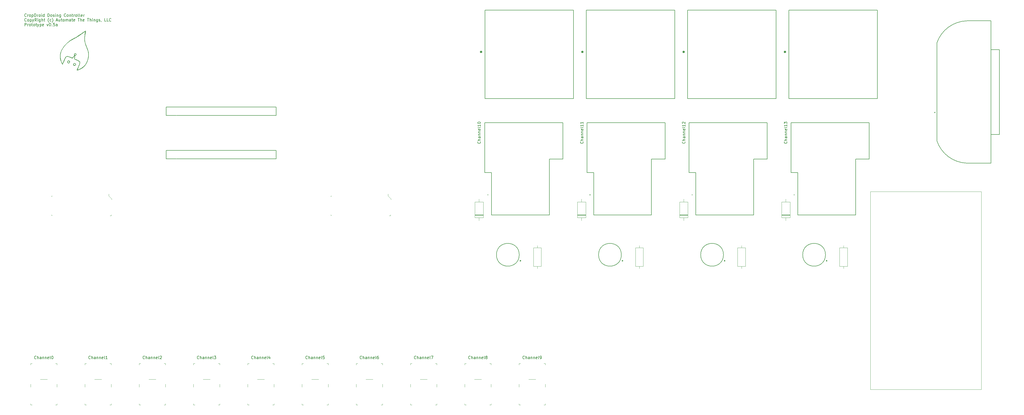
<source format=gto>
G04 #@! TF.GenerationSoftware,KiCad,Pcbnew,5.1.5-52549c5~84~ubuntu18.04.1*
G04 #@! TF.CreationDate,2020-03-01T14:46:41-05:00*
G04 #@! TF.ProjectId,cropdroid-doser,63726f70-6472-46f6-9964-2d646f736572,0.5a*
G04 #@! TF.SameCoordinates,Original*
G04 #@! TF.FileFunction,Legend,Top*
G04 #@! TF.FilePolarity,Positive*
%FSLAX46Y46*%
G04 Gerber Fmt 4.6, Leading zero omitted, Abs format (unit mm)*
G04 Created by KiCad (PCBNEW 5.1.5-52549c5~84~ubuntu18.04.1) date 2020-03-01 14:46:41*
%MOMM*%
%LPD*%
G04 APERTURE LIST*
%ADD10C,0.150000*%
%ADD11C,0.010000*%
%ADD12C,0.120000*%
%ADD13C,0.127000*%
%ADD14C,0.100000*%
%ADD15C,0.200000*%
%ADD16C,0.300000*%
%ADD17C,0.400000*%
%ADD18C,0.152400*%
G04 APERTURE END LIST*
D10*
X311654462Y-78453857D02*
X311702081Y-78501476D01*
X311749700Y-78644333D01*
X311749700Y-78739571D01*
X311702081Y-78882428D01*
X311606843Y-78977666D01*
X311511605Y-79025285D01*
X311321129Y-79072904D01*
X311178272Y-79072904D01*
X310987796Y-79025285D01*
X310892558Y-78977666D01*
X310797320Y-78882428D01*
X310749700Y-78739571D01*
X310749700Y-78644333D01*
X310797320Y-78501476D01*
X310844939Y-78453857D01*
X311749700Y-78025285D02*
X310749700Y-78025285D01*
X311749700Y-77596714D02*
X311225891Y-77596714D01*
X311130653Y-77644333D01*
X311083034Y-77739571D01*
X311083034Y-77882428D01*
X311130653Y-77977666D01*
X311178272Y-78025285D01*
X311749700Y-76691952D02*
X311225891Y-76691952D01*
X311130653Y-76739571D01*
X311083034Y-76834809D01*
X311083034Y-77025285D01*
X311130653Y-77120523D01*
X311702081Y-76691952D02*
X311749700Y-76787190D01*
X311749700Y-77025285D01*
X311702081Y-77120523D01*
X311606843Y-77168142D01*
X311511605Y-77168142D01*
X311416367Y-77120523D01*
X311368748Y-77025285D01*
X311368748Y-76787190D01*
X311321129Y-76691952D01*
X311083034Y-76215761D02*
X311749700Y-76215761D01*
X311178272Y-76215761D02*
X311130653Y-76168142D01*
X311083034Y-76072904D01*
X311083034Y-75930047D01*
X311130653Y-75834809D01*
X311225891Y-75787190D01*
X311749700Y-75787190D01*
X311083034Y-75311000D02*
X311749700Y-75311000D01*
X311178272Y-75311000D02*
X311130653Y-75263380D01*
X311083034Y-75168142D01*
X311083034Y-75025285D01*
X311130653Y-74930047D01*
X311225891Y-74882428D01*
X311749700Y-74882428D01*
X311702081Y-74025285D02*
X311749700Y-74120523D01*
X311749700Y-74311000D01*
X311702081Y-74406238D01*
X311606843Y-74453857D01*
X311225891Y-74453857D01*
X311130653Y-74406238D01*
X311083034Y-74311000D01*
X311083034Y-74120523D01*
X311130653Y-74025285D01*
X311225891Y-73977666D01*
X311321129Y-73977666D01*
X311416367Y-74453857D01*
X311749700Y-73406238D02*
X311702081Y-73501476D01*
X311606843Y-73549095D01*
X310749700Y-73549095D01*
X311749700Y-72501476D02*
X311749700Y-73072904D01*
X311749700Y-72787190D02*
X310749700Y-72787190D01*
X310892558Y-72882428D01*
X310987796Y-72977666D01*
X311035415Y-73072904D01*
X310749700Y-72168142D02*
X310749700Y-71549095D01*
X311130653Y-71882428D01*
X311130653Y-71739571D01*
X311178272Y-71644333D01*
X311225891Y-71596714D01*
X311321129Y-71549095D01*
X311559224Y-71549095D01*
X311654462Y-71596714D01*
X311702081Y-71644333D01*
X311749700Y-71739571D01*
X311749700Y-72025285D01*
X311702081Y-72120523D01*
X311654462Y-72168142D01*
X275891262Y-78453857D02*
X275938881Y-78501476D01*
X275986500Y-78644333D01*
X275986500Y-78739571D01*
X275938881Y-78882428D01*
X275843643Y-78977666D01*
X275748405Y-79025285D01*
X275557929Y-79072904D01*
X275415072Y-79072904D01*
X275224596Y-79025285D01*
X275129358Y-78977666D01*
X275034120Y-78882428D01*
X274986500Y-78739571D01*
X274986500Y-78644333D01*
X275034120Y-78501476D01*
X275081739Y-78453857D01*
X275986500Y-78025285D02*
X274986500Y-78025285D01*
X275986500Y-77596714D02*
X275462691Y-77596714D01*
X275367453Y-77644333D01*
X275319834Y-77739571D01*
X275319834Y-77882428D01*
X275367453Y-77977666D01*
X275415072Y-78025285D01*
X275986500Y-76691952D02*
X275462691Y-76691952D01*
X275367453Y-76739571D01*
X275319834Y-76834809D01*
X275319834Y-77025285D01*
X275367453Y-77120523D01*
X275938881Y-76691952D02*
X275986500Y-76787190D01*
X275986500Y-77025285D01*
X275938881Y-77120523D01*
X275843643Y-77168142D01*
X275748405Y-77168142D01*
X275653167Y-77120523D01*
X275605548Y-77025285D01*
X275605548Y-76787190D01*
X275557929Y-76691952D01*
X275319834Y-76215761D02*
X275986500Y-76215761D01*
X275415072Y-76215761D02*
X275367453Y-76168142D01*
X275319834Y-76072904D01*
X275319834Y-75930047D01*
X275367453Y-75834809D01*
X275462691Y-75787190D01*
X275986500Y-75787190D01*
X275319834Y-75311000D02*
X275986500Y-75311000D01*
X275415072Y-75311000D02*
X275367453Y-75263380D01*
X275319834Y-75168142D01*
X275319834Y-75025285D01*
X275367453Y-74930047D01*
X275462691Y-74882428D01*
X275986500Y-74882428D01*
X275938881Y-74025285D02*
X275986500Y-74120523D01*
X275986500Y-74311000D01*
X275938881Y-74406238D01*
X275843643Y-74453857D01*
X275462691Y-74453857D01*
X275367453Y-74406238D01*
X275319834Y-74311000D01*
X275319834Y-74120523D01*
X275367453Y-74025285D01*
X275462691Y-73977666D01*
X275557929Y-73977666D01*
X275653167Y-74453857D01*
X275986500Y-73406238D02*
X275938881Y-73501476D01*
X275843643Y-73549095D01*
X274986500Y-73549095D01*
X275986500Y-72501476D02*
X275986500Y-73072904D01*
X275986500Y-72787190D02*
X274986500Y-72787190D01*
X275129358Y-72882428D01*
X275224596Y-72977666D01*
X275272215Y-73072904D01*
X275081739Y-72120523D02*
X275034120Y-72072904D01*
X274986500Y-71977666D01*
X274986500Y-71739571D01*
X275034120Y-71644333D01*
X275081739Y-71596714D01*
X275176977Y-71549095D01*
X275272215Y-71549095D01*
X275415072Y-71596714D01*
X275986500Y-72168142D01*
X275986500Y-71549095D01*
X240112822Y-78453857D02*
X240160441Y-78501476D01*
X240208060Y-78644333D01*
X240208060Y-78739571D01*
X240160441Y-78882428D01*
X240065203Y-78977666D01*
X239969965Y-79025285D01*
X239779489Y-79072904D01*
X239636632Y-79072904D01*
X239446156Y-79025285D01*
X239350918Y-78977666D01*
X239255680Y-78882428D01*
X239208060Y-78739571D01*
X239208060Y-78644333D01*
X239255680Y-78501476D01*
X239303299Y-78453857D01*
X240208060Y-78025285D02*
X239208060Y-78025285D01*
X240208060Y-77596714D02*
X239684251Y-77596714D01*
X239589013Y-77644333D01*
X239541394Y-77739571D01*
X239541394Y-77882428D01*
X239589013Y-77977666D01*
X239636632Y-78025285D01*
X240208060Y-76691952D02*
X239684251Y-76691952D01*
X239589013Y-76739571D01*
X239541394Y-76834809D01*
X239541394Y-77025285D01*
X239589013Y-77120523D01*
X240160441Y-76691952D02*
X240208060Y-76787190D01*
X240208060Y-77025285D01*
X240160441Y-77120523D01*
X240065203Y-77168142D01*
X239969965Y-77168142D01*
X239874727Y-77120523D01*
X239827108Y-77025285D01*
X239827108Y-76787190D01*
X239779489Y-76691952D01*
X239541394Y-76215761D02*
X240208060Y-76215761D01*
X239636632Y-76215761D02*
X239589013Y-76168142D01*
X239541394Y-76072904D01*
X239541394Y-75930047D01*
X239589013Y-75834809D01*
X239684251Y-75787190D01*
X240208060Y-75787190D01*
X239541394Y-75311000D02*
X240208060Y-75311000D01*
X239636632Y-75311000D02*
X239589013Y-75263380D01*
X239541394Y-75168142D01*
X239541394Y-75025285D01*
X239589013Y-74930047D01*
X239684251Y-74882428D01*
X240208060Y-74882428D01*
X240160441Y-74025285D02*
X240208060Y-74120523D01*
X240208060Y-74311000D01*
X240160441Y-74406238D01*
X240065203Y-74453857D01*
X239684251Y-74453857D01*
X239589013Y-74406238D01*
X239541394Y-74311000D01*
X239541394Y-74120523D01*
X239589013Y-74025285D01*
X239684251Y-73977666D01*
X239779489Y-73977666D01*
X239874727Y-74453857D01*
X240208060Y-73406238D02*
X240160441Y-73501476D01*
X240065203Y-73549095D01*
X239208060Y-73549095D01*
X240208060Y-72501476D02*
X240208060Y-73072904D01*
X240208060Y-72787190D02*
X239208060Y-72787190D01*
X239350918Y-72882428D01*
X239446156Y-72977666D01*
X239493775Y-73072904D01*
X240208060Y-71549095D02*
X240208060Y-72120523D01*
X240208060Y-71834809D02*
X239208060Y-71834809D01*
X239350918Y-71930047D01*
X239446156Y-72025285D01*
X239493775Y-72120523D01*
X204034662Y-78453857D02*
X204082281Y-78501476D01*
X204129900Y-78644333D01*
X204129900Y-78739571D01*
X204082281Y-78882428D01*
X203987043Y-78977666D01*
X203891805Y-79025285D01*
X203701329Y-79072904D01*
X203558472Y-79072904D01*
X203367996Y-79025285D01*
X203272758Y-78977666D01*
X203177520Y-78882428D01*
X203129900Y-78739571D01*
X203129900Y-78644333D01*
X203177520Y-78501476D01*
X203225139Y-78453857D01*
X204129900Y-78025285D02*
X203129900Y-78025285D01*
X204129900Y-77596714D02*
X203606091Y-77596714D01*
X203510853Y-77644333D01*
X203463234Y-77739571D01*
X203463234Y-77882428D01*
X203510853Y-77977666D01*
X203558472Y-78025285D01*
X204129900Y-76691952D02*
X203606091Y-76691952D01*
X203510853Y-76739571D01*
X203463234Y-76834809D01*
X203463234Y-77025285D01*
X203510853Y-77120523D01*
X204082281Y-76691952D02*
X204129900Y-76787190D01*
X204129900Y-77025285D01*
X204082281Y-77120523D01*
X203987043Y-77168142D01*
X203891805Y-77168142D01*
X203796567Y-77120523D01*
X203748948Y-77025285D01*
X203748948Y-76787190D01*
X203701329Y-76691952D01*
X203463234Y-76215761D02*
X204129900Y-76215761D01*
X203558472Y-76215761D02*
X203510853Y-76168142D01*
X203463234Y-76072904D01*
X203463234Y-75930047D01*
X203510853Y-75834809D01*
X203606091Y-75787190D01*
X204129900Y-75787190D01*
X203463234Y-75311000D02*
X204129900Y-75311000D01*
X203558472Y-75311000D02*
X203510853Y-75263380D01*
X203463234Y-75168142D01*
X203463234Y-75025285D01*
X203510853Y-74930047D01*
X203606091Y-74882428D01*
X204129900Y-74882428D01*
X204082281Y-74025285D02*
X204129900Y-74120523D01*
X204129900Y-74311000D01*
X204082281Y-74406238D01*
X203987043Y-74453857D01*
X203606091Y-74453857D01*
X203510853Y-74406238D01*
X203463234Y-74311000D01*
X203463234Y-74120523D01*
X203510853Y-74025285D01*
X203606091Y-73977666D01*
X203701329Y-73977666D01*
X203796567Y-74453857D01*
X204129900Y-73406238D02*
X204082281Y-73501476D01*
X203987043Y-73549095D01*
X203129900Y-73549095D01*
X204129900Y-72501476D02*
X204129900Y-73072904D01*
X204129900Y-72787190D02*
X203129900Y-72787190D01*
X203272758Y-72882428D01*
X203367996Y-72977666D01*
X203415615Y-73072904D01*
X203129900Y-71882428D02*
X203129900Y-71787190D01*
X203177520Y-71691952D01*
X203225139Y-71644333D01*
X203320377Y-71596714D01*
X203510853Y-71549095D01*
X203748948Y-71549095D01*
X203939424Y-71596714D01*
X204034662Y-71644333D01*
X204082281Y-71691952D01*
X204129900Y-71787190D01*
X204129900Y-71882428D01*
X204082281Y-71977666D01*
X204034662Y-72025285D01*
X203939424Y-72072904D01*
X203748948Y-72120523D01*
X203510853Y-72120523D01*
X203320377Y-72072904D01*
X203225139Y-72025285D01*
X203177520Y-71977666D01*
X203129900Y-71882428D01*
X219583333Y-154689942D02*
X219535714Y-154737561D01*
X219392857Y-154785180D01*
X219297619Y-154785180D01*
X219154761Y-154737561D01*
X219059523Y-154642323D01*
X219011904Y-154547085D01*
X218964285Y-154356609D01*
X218964285Y-154213752D01*
X219011904Y-154023276D01*
X219059523Y-153928038D01*
X219154761Y-153832800D01*
X219297619Y-153785180D01*
X219392857Y-153785180D01*
X219535714Y-153832800D01*
X219583333Y-153880419D01*
X220011904Y-154785180D02*
X220011904Y-153785180D01*
X220440476Y-154785180D02*
X220440476Y-154261371D01*
X220392857Y-154166133D01*
X220297619Y-154118514D01*
X220154761Y-154118514D01*
X220059523Y-154166133D01*
X220011904Y-154213752D01*
X221345238Y-154785180D02*
X221345238Y-154261371D01*
X221297619Y-154166133D01*
X221202380Y-154118514D01*
X221011904Y-154118514D01*
X220916666Y-154166133D01*
X221345238Y-154737561D02*
X221250000Y-154785180D01*
X221011904Y-154785180D01*
X220916666Y-154737561D01*
X220869047Y-154642323D01*
X220869047Y-154547085D01*
X220916666Y-154451847D01*
X221011904Y-154404228D01*
X221250000Y-154404228D01*
X221345238Y-154356609D01*
X221821428Y-154118514D02*
X221821428Y-154785180D01*
X221821428Y-154213752D02*
X221869047Y-154166133D01*
X221964285Y-154118514D01*
X222107142Y-154118514D01*
X222202380Y-154166133D01*
X222250000Y-154261371D01*
X222250000Y-154785180D01*
X222726190Y-154118514D02*
X222726190Y-154785180D01*
X222726190Y-154213752D02*
X222773809Y-154166133D01*
X222869047Y-154118514D01*
X223011904Y-154118514D01*
X223107142Y-154166133D01*
X223154761Y-154261371D01*
X223154761Y-154785180D01*
X224011904Y-154737561D02*
X223916666Y-154785180D01*
X223726190Y-154785180D01*
X223630952Y-154737561D01*
X223583333Y-154642323D01*
X223583333Y-154261371D01*
X223630952Y-154166133D01*
X223726190Y-154118514D01*
X223916666Y-154118514D01*
X224011904Y-154166133D01*
X224059523Y-154261371D01*
X224059523Y-154356609D01*
X223583333Y-154451847D01*
X224630952Y-154785180D02*
X224535714Y-154737561D01*
X224488095Y-154642323D01*
X224488095Y-153785180D01*
X225059523Y-154785180D02*
X225250000Y-154785180D01*
X225345238Y-154737561D01*
X225392857Y-154689942D01*
X225488095Y-154547085D01*
X225535714Y-154356609D01*
X225535714Y-153975657D01*
X225488095Y-153880419D01*
X225440476Y-153832800D01*
X225345238Y-153785180D01*
X225154761Y-153785180D01*
X225059523Y-153832800D01*
X225011904Y-153880419D01*
X224964285Y-153975657D01*
X224964285Y-154213752D01*
X225011904Y-154308990D01*
X225059523Y-154356609D01*
X225154761Y-154404228D01*
X225345238Y-154404228D01*
X225440476Y-154356609D01*
X225488095Y-154308990D01*
X225535714Y-154213752D01*
X200533333Y-154689942D02*
X200485714Y-154737561D01*
X200342857Y-154785180D01*
X200247619Y-154785180D01*
X200104761Y-154737561D01*
X200009523Y-154642323D01*
X199961904Y-154547085D01*
X199914285Y-154356609D01*
X199914285Y-154213752D01*
X199961904Y-154023276D01*
X200009523Y-153928038D01*
X200104761Y-153832800D01*
X200247619Y-153785180D01*
X200342857Y-153785180D01*
X200485714Y-153832800D01*
X200533333Y-153880419D01*
X200961904Y-154785180D02*
X200961904Y-153785180D01*
X201390476Y-154785180D02*
X201390476Y-154261371D01*
X201342857Y-154166133D01*
X201247619Y-154118514D01*
X201104761Y-154118514D01*
X201009523Y-154166133D01*
X200961904Y-154213752D01*
X202295238Y-154785180D02*
X202295238Y-154261371D01*
X202247619Y-154166133D01*
X202152380Y-154118514D01*
X201961904Y-154118514D01*
X201866666Y-154166133D01*
X202295238Y-154737561D02*
X202200000Y-154785180D01*
X201961904Y-154785180D01*
X201866666Y-154737561D01*
X201819047Y-154642323D01*
X201819047Y-154547085D01*
X201866666Y-154451847D01*
X201961904Y-154404228D01*
X202200000Y-154404228D01*
X202295238Y-154356609D01*
X202771428Y-154118514D02*
X202771428Y-154785180D01*
X202771428Y-154213752D02*
X202819047Y-154166133D01*
X202914285Y-154118514D01*
X203057142Y-154118514D01*
X203152380Y-154166133D01*
X203200000Y-154261371D01*
X203200000Y-154785180D01*
X203676190Y-154118514D02*
X203676190Y-154785180D01*
X203676190Y-154213752D02*
X203723809Y-154166133D01*
X203819047Y-154118514D01*
X203961904Y-154118514D01*
X204057142Y-154166133D01*
X204104761Y-154261371D01*
X204104761Y-154785180D01*
X204961904Y-154737561D02*
X204866666Y-154785180D01*
X204676190Y-154785180D01*
X204580952Y-154737561D01*
X204533333Y-154642323D01*
X204533333Y-154261371D01*
X204580952Y-154166133D01*
X204676190Y-154118514D01*
X204866666Y-154118514D01*
X204961904Y-154166133D01*
X205009523Y-154261371D01*
X205009523Y-154356609D01*
X204533333Y-154451847D01*
X205580952Y-154785180D02*
X205485714Y-154737561D01*
X205438095Y-154642323D01*
X205438095Y-153785180D01*
X206104761Y-154213752D02*
X206009523Y-154166133D01*
X205961904Y-154118514D01*
X205914285Y-154023276D01*
X205914285Y-153975657D01*
X205961904Y-153880419D01*
X206009523Y-153832800D01*
X206104761Y-153785180D01*
X206295238Y-153785180D01*
X206390476Y-153832800D01*
X206438095Y-153880419D01*
X206485714Y-153975657D01*
X206485714Y-154023276D01*
X206438095Y-154118514D01*
X206390476Y-154166133D01*
X206295238Y-154213752D01*
X206104761Y-154213752D01*
X206009523Y-154261371D01*
X205961904Y-154308990D01*
X205914285Y-154404228D01*
X205914285Y-154594704D01*
X205961904Y-154689942D01*
X206009523Y-154737561D01*
X206104761Y-154785180D01*
X206295238Y-154785180D01*
X206390476Y-154737561D01*
X206438095Y-154689942D01*
X206485714Y-154594704D01*
X206485714Y-154404228D01*
X206438095Y-154308990D01*
X206390476Y-154261371D01*
X206295238Y-154213752D01*
X181483333Y-154689942D02*
X181435714Y-154737561D01*
X181292857Y-154785180D01*
X181197619Y-154785180D01*
X181054761Y-154737561D01*
X180959523Y-154642323D01*
X180911904Y-154547085D01*
X180864285Y-154356609D01*
X180864285Y-154213752D01*
X180911904Y-154023276D01*
X180959523Y-153928038D01*
X181054761Y-153832800D01*
X181197619Y-153785180D01*
X181292857Y-153785180D01*
X181435714Y-153832800D01*
X181483333Y-153880419D01*
X181911904Y-154785180D02*
X181911904Y-153785180D01*
X182340476Y-154785180D02*
X182340476Y-154261371D01*
X182292857Y-154166133D01*
X182197619Y-154118514D01*
X182054761Y-154118514D01*
X181959523Y-154166133D01*
X181911904Y-154213752D01*
X183245238Y-154785180D02*
X183245238Y-154261371D01*
X183197619Y-154166133D01*
X183102380Y-154118514D01*
X182911904Y-154118514D01*
X182816666Y-154166133D01*
X183245238Y-154737561D02*
X183150000Y-154785180D01*
X182911904Y-154785180D01*
X182816666Y-154737561D01*
X182769047Y-154642323D01*
X182769047Y-154547085D01*
X182816666Y-154451847D01*
X182911904Y-154404228D01*
X183150000Y-154404228D01*
X183245238Y-154356609D01*
X183721428Y-154118514D02*
X183721428Y-154785180D01*
X183721428Y-154213752D02*
X183769047Y-154166133D01*
X183864285Y-154118514D01*
X184007142Y-154118514D01*
X184102380Y-154166133D01*
X184150000Y-154261371D01*
X184150000Y-154785180D01*
X184626190Y-154118514D02*
X184626190Y-154785180D01*
X184626190Y-154213752D02*
X184673809Y-154166133D01*
X184769047Y-154118514D01*
X184911904Y-154118514D01*
X185007142Y-154166133D01*
X185054761Y-154261371D01*
X185054761Y-154785180D01*
X185911904Y-154737561D02*
X185816666Y-154785180D01*
X185626190Y-154785180D01*
X185530952Y-154737561D01*
X185483333Y-154642323D01*
X185483333Y-154261371D01*
X185530952Y-154166133D01*
X185626190Y-154118514D01*
X185816666Y-154118514D01*
X185911904Y-154166133D01*
X185959523Y-154261371D01*
X185959523Y-154356609D01*
X185483333Y-154451847D01*
X186530952Y-154785180D02*
X186435714Y-154737561D01*
X186388095Y-154642323D01*
X186388095Y-153785180D01*
X186816666Y-153785180D02*
X187483333Y-153785180D01*
X187054761Y-154785180D01*
X162433333Y-154689942D02*
X162385714Y-154737561D01*
X162242857Y-154785180D01*
X162147619Y-154785180D01*
X162004761Y-154737561D01*
X161909523Y-154642323D01*
X161861904Y-154547085D01*
X161814285Y-154356609D01*
X161814285Y-154213752D01*
X161861904Y-154023276D01*
X161909523Y-153928038D01*
X162004761Y-153832800D01*
X162147619Y-153785180D01*
X162242857Y-153785180D01*
X162385714Y-153832800D01*
X162433333Y-153880419D01*
X162861904Y-154785180D02*
X162861904Y-153785180D01*
X163290476Y-154785180D02*
X163290476Y-154261371D01*
X163242857Y-154166133D01*
X163147619Y-154118514D01*
X163004761Y-154118514D01*
X162909523Y-154166133D01*
X162861904Y-154213752D01*
X164195238Y-154785180D02*
X164195238Y-154261371D01*
X164147619Y-154166133D01*
X164052380Y-154118514D01*
X163861904Y-154118514D01*
X163766666Y-154166133D01*
X164195238Y-154737561D02*
X164100000Y-154785180D01*
X163861904Y-154785180D01*
X163766666Y-154737561D01*
X163719047Y-154642323D01*
X163719047Y-154547085D01*
X163766666Y-154451847D01*
X163861904Y-154404228D01*
X164100000Y-154404228D01*
X164195238Y-154356609D01*
X164671428Y-154118514D02*
X164671428Y-154785180D01*
X164671428Y-154213752D02*
X164719047Y-154166133D01*
X164814285Y-154118514D01*
X164957142Y-154118514D01*
X165052380Y-154166133D01*
X165100000Y-154261371D01*
X165100000Y-154785180D01*
X165576190Y-154118514D02*
X165576190Y-154785180D01*
X165576190Y-154213752D02*
X165623809Y-154166133D01*
X165719047Y-154118514D01*
X165861904Y-154118514D01*
X165957142Y-154166133D01*
X166004761Y-154261371D01*
X166004761Y-154785180D01*
X166861904Y-154737561D02*
X166766666Y-154785180D01*
X166576190Y-154785180D01*
X166480952Y-154737561D01*
X166433333Y-154642323D01*
X166433333Y-154261371D01*
X166480952Y-154166133D01*
X166576190Y-154118514D01*
X166766666Y-154118514D01*
X166861904Y-154166133D01*
X166909523Y-154261371D01*
X166909523Y-154356609D01*
X166433333Y-154451847D01*
X167480952Y-154785180D02*
X167385714Y-154737561D01*
X167338095Y-154642323D01*
X167338095Y-153785180D01*
X168290476Y-153785180D02*
X168100000Y-153785180D01*
X168004761Y-153832800D01*
X167957142Y-153880419D01*
X167861904Y-154023276D01*
X167814285Y-154213752D01*
X167814285Y-154594704D01*
X167861904Y-154689942D01*
X167909523Y-154737561D01*
X168004761Y-154785180D01*
X168195238Y-154785180D01*
X168290476Y-154737561D01*
X168338095Y-154689942D01*
X168385714Y-154594704D01*
X168385714Y-154356609D01*
X168338095Y-154261371D01*
X168290476Y-154213752D01*
X168195238Y-154166133D01*
X168004761Y-154166133D01*
X167909523Y-154213752D01*
X167861904Y-154261371D01*
X167814285Y-154356609D01*
X143383333Y-154689942D02*
X143335714Y-154737561D01*
X143192857Y-154785180D01*
X143097619Y-154785180D01*
X142954761Y-154737561D01*
X142859523Y-154642323D01*
X142811904Y-154547085D01*
X142764285Y-154356609D01*
X142764285Y-154213752D01*
X142811904Y-154023276D01*
X142859523Y-153928038D01*
X142954761Y-153832800D01*
X143097619Y-153785180D01*
X143192857Y-153785180D01*
X143335714Y-153832800D01*
X143383333Y-153880419D01*
X143811904Y-154785180D02*
X143811904Y-153785180D01*
X144240476Y-154785180D02*
X144240476Y-154261371D01*
X144192857Y-154166133D01*
X144097619Y-154118514D01*
X143954761Y-154118514D01*
X143859523Y-154166133D01*
X143811904Y-154213752D01*
X145145238Y-154785180D02*
X145145238Y-154261371D01*
X145097619Y-154166133D01*
X145002380Y-154118514D01*
X144811904Y-154118514D01*
X144716666Y-154166133D01*
X145145238Y-154737561D02*
X145050000Y-154785180D01*
X144811904Y-154785180D01*
X144716666Y-154737561D01*
X144669047Y-154642323D01*
X144669047Y-154547085D01*
X144716666Y-154451847D01*
X144811904Y-154404228D01*
X145050000Y-154404228D01*
X145145238Y-154356609D01*
X145621428Y-154118514D02*
X145621428Y-154785180D01*
X145621428Y-154213752D02*
X145669047Y-154166133D01*
X145764285Y-154118514D01*
X145907142Y-154118514D01*
X146002380Y-154166133D01*
X146050000Y-154261371D01*
X146050000Y-154785180D01*
X146526190Y-154118514D02*
X146526190Y-154785180D01*
X146526190Y-154213752D02*
X146573809Y-154166133D01*
X146669047Y-154118514D01*
X146811904Y-154118514D01*
X146907142Y-154166133D01*
X146954761Y-154261371D01*
X146954761Y-154785180D01*
X147811904Y-154737561D02*
X147716666Y-154785180D01*
X147526190Y-154785180D01*
X147430952Y-154737561D01*
X147383333Y-154642323D01*
X147383333Y-154261371D01*
X147430952Y-154166133D01*
X147526190Y-154118514D01*
X147716666Y-154118514D01*
X147811904Y-154166133D01*
X147859523Y-154261371D01*
X147859523Y-154356609D01*
X147383333Y-154451847D01*
X148430952Y-154785180D02*
X148335714Y-154737561D01*
X148288095Y-154642323D01*
X148288095Y-153785180D01*
X149288095Y-153785180D02*
X148811904Y-153785180D01*
X148764285Y-154261371D01*
X148811904Y-154213752D01*
X148907142Y-154166133D01*
X149145238Y-154166133D01*
X149240476Y-154213752D01*
X149288095Y-154261371D01*
X149335714Y-154356609D01*
X149335714Y-154594704D01*
X149288095Y-154689942D01*
X149240476Y-154737561D01*
X149145238Y-154785180D01*
X148907142Y-154785180D01*
X148811904Y-154737561D01*
X148764285Y-154689942D01*
X124333333Y-154689942D02*
X124285714Y-154737561D01*
X124142857Y-154785180D01*
X124047619Y-154785180D01*
X123904761Y-154737561D01*
X123809523Y-154642323D01*
X123761904Y-154547085D01*
X123714285Y-154356609D01*
X123714285Y-154213752D01*
X123761904Y-154023276D01*
X123809523Y-153928038D01*
X123904761Y-153832800D01*
X124047619Y-153785180D01*
X124142857Y-153785180D01*
X124285714Y-153832800D01*
X124333333Y-153880419D01*
X124761904Y-154785180D02*
X124761904Y-153785180D01*
X125190476Y-154785180D02*
X125190476Y-154261371D01*
X125142857Y-154166133D01*
X125047619Y-154118514D01*
X124904761Y-154118514D01*
X124809523Y-154166133D01*
X124761904Y-154213752D01*
X126095238Y-154785180D02*
X126095238Y-154261371D01*
X126047619Y-154166133D01*
X125952380Y-154118514D01*
X125761904Y-154118514D01*
X125666666Y-154166133D01*
X126095238Y-154737561D02*
X126000000Y-154785180D01*
X125761904Y-154785180D01*
X125666666Y-154737561D01*
X125619047Y-154642323D01*
X125619047Y-154547085D01*
X125666666Y-154451847D01*
X125761904Y-154404228D01*
X126000000Y-154404228D01*
X126095238Y-154356609D01*
X126571428Y-154118514D02*
X126571428Y-154785180D01*
X126571428Y-154213752D02*
X126619047Y-154166133D01*
X126714285Y-154118514D01*
X126857142Y-154118514D01*
X126952380Y-154166133D01*
X127000000Y-154261371D01*
X127000000Y-154785180D01*
X127476190Y-154118514D02*
X127476190Y-154785180D01*
X127476190Y-154213752D02*
X127523809Y-154166133D01*
X127619047Y-154118514D01*
X127761904Y-154118514D01*
X127857142Y-154166133D01*
X127904761Y-154261371D01*
X127904761Y-154785180D01*
X128761904Y-154737561D02*
X128666666Y-154785180D01*
X128476190Y-154785180D01*
X128380952Y-154737561D01*
X128333333Y-154642323D01*
X128333333Y-154261371D01*
X128380952Y-154166133D01*
X128476190Y-154118514D01*
X128666666Y-154118514D01*
X128761904Y-154166133D01*
X128809523Y-154261371D01*
X128809523Y-154356609D01*
X128333333Y-154451847D01*
X129380952Y-154785180D02*
X129285714Y-154737561D01*
X129238095Y-154642323D01*
X129238095Y-153785180D01*
X130190476Y-154118514D02*
X130190476Y-154785180D01*
X129952380Y-153737561D02*
X129714285Y-154451847D01*
X130333333Y-154451847D01*
X105283333Y-154689942D02*
X105235714Y-154737561D01*
X105092857Y-154785180D01*
X104997619Y-154785180D01*
X104854761Y-154737561D01*
X104759523Y-154642323D01*
X104711904Y-154547085D01*
X104664285Y-154356609D01*
X104664285Y-154213752D01*
X104711904Y-154023276D01*
X104759523Y-153928038D01*
X104854761Y-153832800D01*
X104997619Y-153785180D01*
X105092857Y-153785180D01*
X105235714Y-153832800D01*
X105283333Y-153880419D01*
X105711904Y-154785180D02*
X105711904Y-153785180D01*
X106140476Y-154785180D02*
X106140476Y-154261371D01*
X106092857Y-154166133D01*
X105997619Y-154118514D01*
X105854761Y-154118514D01*
X105759523Y-154166133D01*
X105711904Y-154213752D01*
X107045238Y-154785180D02*
X107045238Y-154261371D01*
X106997619Y-154166133D01*
X106902380Y-154118514D01*
X106711904Y-154118514D01*
X106616666Y-154166133D01*
X107045238Y-154737561D02*
X106950000Y-154785180D01*
X106711904Y-154785180D01*
X106616666Y-154737561D01*
X106569047Y-154642323D01*
X106569047Y-154547085D01*
X106616666Y-154451847D01*
X106711904Y-154404228D01*
X106950000Y-154404228D01*
X107045238Y-154356609D01*
X107521428Y-154118514D02*
X107521428Y-154785180D01*
X107521428Y-154213752D02*
X107569047Y-154166133D01*
X107664285Y-154118514D01*
X107807142Y-154118514D01*
X107902380Y-154166133D01*
X107950000Y-154261371D01*
X107950000Y-154785180D01*
X108426190Y-154118514D02*
X108426190Y-154785180D01*
X108426190Y-154213752D02*
X108473809Y-154166133D01*
X108569047Y-154118514D01*
X108711904Y-154118514D01*
X108807142Y-154166133D01*
X108854761Y-154261371D01*
X108854761Y-154785180D01*
X109711904Y-154737561D02*
X109616666Y-154785180D01*
X109426190Y-154785180D01*
X109330952Y-154737561D01*
X109283333Y-154642323D01*
X109283333Y-154261371D01*
X109330952Y-154166133D01*
X109426190Y-154118514D01*
X109616666Y-154118514D01*
X109711904Y-154166133D01*
X109759523Y-154261371D01*
X109759523Y-154356609D01*
X109283333Y-154451847D01*
X110330952Y-154785180D02*
X110235714Y-154737561D01*
X110188095Y-154642323D01*
X110188095Y-153785180D01*
X110616666Y-153785180D02*
X111235714Y-153785180D01*
X110902380Y-154166133D01*
X111045238Y-154166133D01*
X111140476Y-154213752D01*
X111188095Y-154261371D01*
X111235714Y-154356609D01*
X111235714Y-154594704D01*
X111188095Y-154689942D01*
X111140476Y-154737561D01*
X111045238Y-154785180D01*
X110759523Y-154785180D01*
X110664285Y-154737561D01*
X110616666Y-154689942D01*
X86233333Y-154689942D02*
X86185714Y-154737561D01*
X86042857Y-154785180D01*
X85947619Y-154785180D01*
X85804761Y-154737561D01*
X85709523Y-154642323D01*
X85661904Y-154547085D01*
X85614285Y-154356609D01*
X85614285Y-154213752D01*
X85661904Y-154023276D01*
X85709523Y-153928038D01*
X85804761Y-153832800D01*
X85947619Y-153785180D01*
X86042857Y-153785180D01*
X86185714Y-153832800D01*
X86233333Y-153880419D01*
X86661904Y-154785180D02*
X86661904Y-153785180D01*
X87090476Y-154785180D02*
X87090476Y-154261371D01*
X87042857Y-154166133D01*
X86947619Y-154118514D01*
X86804761Y-154118514D01*
X86709523Y-154166133D01*
X86661904Y-154213752D01*
X87995238Y-154785180D02*
X87995238Y-154261371D01*
X87947619Y-154166133D01*
X87852380Y-154118514D01*
X87661904Y-154118514D01*
X87566666Y-154166133D01*
X87995238Y-154737561D02*
X87900000Y-154785180D01*
X87661904Y-154785180D01*
X87566666Y-154737561D01*
X87519047Y-154642323D01*
X87519047Y-154547085D01*
X87566666Y-154451847D01*
X87661904Y-154404228D01*
X87900000Y-154404228D01*
X87995238Y-154356609D01*
X88471428Y-154118514D02*
X88471428Y-154785180D01*
X88471428Y-154213752D02*
X88519047Y-154166133D01*
X88614285Y-154118514D01*
X88757142Y-154118514D01*
X88852380Y-154166133D01*
X88900000Y-154261371D01*
X88900000Y-154785180D01*
X89376190Y-154118514D02*
X89376190Y-154785180D01*
X89376190Y-154213752D02*
X89423809Y-154166133D01*
X89519047Y-154118514D01*
X89661904Y-154118514D01*
X89757142Y-154166133D01*
X89804761Y-154261371D01*
X89804761Y-154785180D01*
X90661904Y-154737561D02*
X90566666Y-154785180D01*
X90376190Y-154785180D01*
X90280952Y-154737561D01*
X90233333Y-154642323D01*
X90233333Y-154261371D01*
X90280952Y-154166133D01*
X90376190Y-154118514D01*
X90566666Y-154118514D01*
X90661904Y-154166133D01*
X90709523Y-154261371D01*
X90709523Y-154356609D01*
X90233333Y-154451847D01*
X91280952Y-154785180D02*
X91185714Y-154737561D01*
X91138095Y-154642323D01*
X91138095Y-153785180D01*
X91614285Y-153880419D02*
X91661904Y-153832800D01*
X91757142Y-153785180D01*
X91995238Y-153785180D01*
X92090476Y-153832800D01*
X92138095Y-153880419D01*
X92185714Y-153975657D01*
X92185714Y-154070895D01*
X92138095Y-154213752D01*
X91566666Y-154785180D01*
X92185714Y-154785180D01*
X67183333Y-154689942D02*
X67135714Y-154737561D01*
X66992857Y-154785180D01*
X66897619Y-154785180D01*
X66754761Y-154737561D01*
X66659523Y-154642323D01*
X66611904Y-154547085D01*
X66564285Y-154356609D01*
X66564285Y-154213752D01*
X66611904Y-154023276D01*
X66659523Y-153928038D01*
X66754761Y-153832800D01*
X66897619Y-153785180D01*
X66992857Y-153785180D01*
X67135714Y-153832800D01*
X67183333Y-153880419D01*
X67611904Y-154785180D02*
X67611904Y-153785180D01*
X68040476Y-154785180D02*
X68040476Y-154261371D01*
X67992857Y-154166133D01*
X67897619Y-154118514D01*
X67754761Y-154118514D01*
X67659523Y-154166133D01*
X67611904Y-154213752D01*
X68945238Y-154785180D02*
X68945238Y-154261371D01*
X68897619Y-154166133D01*
X68802380Y-154118514D01*
X68611904Y-154118514D01*
X68516666Y-154166133D01*
X68945238Y-154737561D02*
X68850000Y-154785180D01*
X68611904Y-154785180D01*
X68516666Y-154737561D01*
X68469047Y-154642323D01*
X68469047Y-154547085D01*
X68516666Y-154451847D01*
X68611904Y-154404228D01*
X68850000Y-154404228D01*
X68945238Y-154356609D01*
X69421428Y-154118514D02*
X69421428Y-154785180D01*
X69421428Y-154213752D02*
X69469047Y-154166133D01*
X69564285Y-154118514D01*
X69707142Y-154118514D01*
X69802380Y-154166133D01*
X69850000Y-154261371D01*
X69850000Y-154785180D01*
X70326190Y-154118514D02*
X70326190Y-154785180D01*
X70326190Y-154213752D02*
X70373809Y-154166133D01*
X70469047Y-154118514D01*
X70611904Y-154118514D01*
X70707142Y-154166133D01*
X70754761Y-154261371D01*
X70754761Y-154785180D01*
X71611904Y-154737561D02*
X71516666Y-154785180D01*
X71326190Y-154785180D01*
X71230952Y-154737561D01*
X71183333Y-154642323D01*
X71183333Y-154261371D01*
X71230952Y-154166133D01*
X71326190Y-154118514D01*
X71516666Y-154118514D01*
X71611904Y-154166133D01*
X71659523Y-154261371D01*
X71659523Y-154356609D01*
X71183333Y-154451847D01*
X72230952Y-154785180D02*
X72135714Y-154737561D01*
X72088095Y-154642323D01*
X72088095Y-153785180D01*
X73135714Y-154785180D02*
X72564285Y-154785180D01*
X72850000Y-154785180D02*
X72850000Y-153785180D01*
X72754761Y-153928038D01*
X72659523Y-154023276D01*
X72564285Y-154070895D01*
X48133333Y-154689942D02*
X48085714Y-154737561D01*
X47942857Y-154785180D01*
X47847619Y-154785180D01*
X47704761Y-154737561D01*
X47609523Y-154642323D01*
X47561904Y-154547085D01*
X47514285Y-154356609D01*
X47514285Y-154213752D01*
X47561904Y-154023276D01*
X47609523Y-153928038D01*
X47704761Y-153832800D01*
X47847619Y-153785180D01*
X47942857Y-153785180D01*
X48085714Y-153832800D01*
X48133333Y-153880419D01*
X48561904Y-154785180D02*
X48561904Y-153785180D01*
X48990476Y-154785180D02*
X48990476Y-154261371D01*
X48942857Y-154166133D01*
X48847619Y-154118514D01*
X48704761Y-154118514D01*
X48609523Y-154166133D01*
X48561904Y-154213752D01*
X49895238Y-154785180D02*
X49895238Y-154261371D01*
X49847619Y-154166133D01*
X49752380Y-154118514D01*
X49561904Y-154118514D01*
X49466666Y-154166133D01*
X49895238Y-154737561D02*
X49800000Y-154785180D01*
X49561904Y-154785180D01*
X49466666Y-154737561D01*
X49419047Y-154642323D01*
X49419047Y-154547085D01*
X49466666Y-154451847D01*
X49561904Y-154404228D01*
X49800000Y-154404228D01*
X49895238Y-154356609D01*
X50371428Y-154118514D02*
X50371428Y-154785180D01*
X50371428Y-154213752D02*
X50419047Y-154166133D01*
X50514285Y-154118514D01*
X50657142Y-154118514D01*
X50752380Y-154166133D01*
X50800000Y-154261371D01*
X50800000Y-154785180D01*
X51276190Y-154118514D02*
X51276190Y-154785180D01*
X51276190Y-154213752D02*
X51323809Y-154166133D01*
X51419047Y-154118514D01*
X51561904Y-154118514D01*
X51657142Y-154166133D01*
X51704761Y-154261371D01*
X51704761Y-154785180D01*
X52561904Y-154737561D02*
X52466666Y-154785180D01*
X52276190Y-154785180D01*
X52180952Y-154737561D01*
X52133333Y-154642323D01*
X52133333Y-154261371D01*
X52180952Y-154166133D01*
X52276190Y-154118514D01*
X52466666Y-154118514D01*
X52561904Y-154166133D01*
X52609523Y-154261371D01*
X52609523Y-154356609D01*
X52133333Y-154451847D01*
X53180952Y-154785180D02*
X53085714Y-154737561D01*
X53038095Y-154642323D01*
X53038095Y-153785180D01*
X53752380Y-153785180D02*
X53847619Y-153785180D01*
X53942857Y-153832800D01*
X53990476Y-153880419D01*
X54038095Y-153975657D01*
X54085714Y-154166133D01*
X54085714Y-154404228D01*
X54038095Y-154594704D01*
X53990476Y-154689942D01*
X53942857Y-154737561D01*
X53847619Y-154785180D01*
X53752380Y-154785180D01*
X53657142Y-154737561D01*
X53609523Y-154689942D01*
X53561904Y-154594704D01*
X53514285Y-154404228D01*
X53514285Y-154166133D01*
X53561904Y-153975657D01*
X53609523Y-153880419D01*
X53657142Y-153832800D01*
X53752380Y-153785180D01*
X44701703Y-34424622D02*
X44654084Y-34472241D01*
X44511227Y-34519860D01*
X44415989Y-34519860D01*
X44273132Y-34472241D01*
X44177894Y-34377003D01*
X44130275Y-34281765D01*
X44082656Y-34091289D01*
X44082656Y-33948432D01*
X44130275Y-33757956D01*
X44177894Y-33662718D01*
X44273132Y-33567480D01*
X44415989Y-33519860D01*
X44511227Y-33519860D01*
X44654084Y-33567480D01*
X44701703Y-33615099D01*
X45130275Y-34519860D02*
X45130275Y-33853194D01*
X45130275Y-34043670D02*
X45177894Y-33948432D01*
X45225513Y-33900813D01*
X45320751Y-33853194D01*
X45415989Y-33853194D01*
X45892180Y-34519860D02*
X45796941Y-34472241D01*
X45749322Y-34424622D01*
X45701703Y-34329384D01*
X45701703Y-34043670D01*
X45749322Y-33948432D01*
X45796941Y-33900813D01*
X45892180Y-33853194D01*
X46035037Y-33853194D01*
X46130275Y-33900813D01*
X46177894Y-33948432D01*
X46225513Y-34043670D01*
X46225513Y-34329384D01*
X46177894Y-34424622D01*
X46130275Y-34472241D01*
X46035037Y-34519860D01*
X45892180Y-34519860D01*
X46654084Y-33853194D02*
X46654084Y-34853194D01*
X46654084Y-33900813D02*
X46749322Y-33853194D01*
X46939799Y-33853194D01*
X47035037Y-33900813D01*
X47082656Y-33948432D01*
X47130275Y-34043670D01*
X47130275Y-34329384D01*
X47082656Y-34424622D01*
X47035037Y-34472241D01*
X46939799Y-34519860D01*
X46749322Y-34519860D01*
X46654084Y-34472241D01*
X47558846Y-34519860D02*
X47558846Y-33519860D01*
X47796941Y-33519860D01*
X47939799Y-33567480D01*
X48035037Y-33662718D01*
X48082656Y-33757956D01*
X48130275Y-33948432D01*
X48130275Y-34091289D01*
X48082656Y-34281765D01*
X48035037Y-34377003D01*
X47939799Y-34472241D01*
X47796941Y-34519860D01*
X47558846Y-34519860D01*
X48558846Y-34519860D02*
X48558846Y-33853194D01*
X48558846Y-34043670D02*
X48606465Y-33948432D01*
X48654084Y-33900813D01*
X48749322Y-33853194D01*
X48844560Y-33853194D01*
X49320751Y-34519860D02*
X49225513Y-34472241D01*
X49177894Y-34424622D01*
X49130275Y-34329384D01*
X49130275Y-34043670D01*
X49177894Y-33948432D01*
X49225513Y-33900813D01*
X49320751Y-33853194D01*
X49463608Y-33853194D01*
X49558846Y-33900813D01*
X49606465Y-33948432D01*
X49654084Y-34043670D01*
X49654084Y-34329384D01*
X49606465Y-34424622D01*
X49558846Y-34472241D01*
X49463608Y-34519860D01*
X49320751Y-34519860D01*
X50082656Y-34519860D02*
X50082656Y-33853194D01*
X50082656Y-33519860D02*
X50035037Y-33567480D01*
X50082656Y-33615099D01*
X50130275Y-33567480D01*
X50082656Y-33519860D01*
X50082656Y-33615099D01*
X50987418Y-34519860D02*
X50987418Y-33519860D01*
X50987418Y-34472241D02*
X50892180Y-34519860D01*
X50701703Y-34519860D01*
X50606465Y-34472241D01*
X50558846Y-34424622D01*
X50511227Y-34329384D01*
X50511227Y-34043670D01*
X50558846Y-33948432D01*
X50606465Y-33900813D01*
X50701703Y-33853194D01*
X50892180Y-33853194D01*
X50987418Y-33900813D01*
X52225513Y-34519860D02*
X52225513Y-33519860D01*
X52463608Y-33519860D01*
X52606465Y-33567480D01*
X52701703Y-33662718D01*
X52749322Y-33757956D01*
X52796941Y-33948432D01*
X52796941Y-34091289D01*
X52749322Y-34281765D01*
X52701703Y-34377003D01*
X52606465Y-34472241D01*
X52463608Y-34519860D01*
X52225513Y-34519860D01*
X53368370Y-34519860D02*
X53273132Y-34472241D01*
X53225513Y-34424622D01*
X53177894Y-34329384D01*
X53177894Y-34043670D01*
X53225513Y-33948432D01*
X53273132Y-33900813D01*
X53368370Y-33853194D01*
X53511227Y-33853194D01*
X53606465Y-33900813D01*
X53654084Y-33948432D01*
X53701703Y-34043670D01*
X53701703Y-34329384D01*
X53654084Y-34424622D01*
X53606465Y-34472241D01*
X53511227Y-34519860D01*
X53368370Y-34519860D01*
X54082656Y-34472241D02*
X54177894Y-34519860D01*
X54368370Y-34519860D01*
X54463608Y-34472241D01*
X54511227Y-34377003D01*
X54511227Y-34329384D01*
X54463608Y-34234146D01*
X54368370Y-34186527D01*
X54225513Y-34186527D01*
X54130275Y-34138908D01*
X54082656Y-34043670D01*
X54082656Y-33996051D01*
X54130275Y-33900813D01*
X54225513Y-33853194D01*
X54368370Y-33853194D01*
X54463608Y-33900813D01*
X54939799Y-34519860D02*
X54939799Y-33853194D01*
X54939799Y-33519860D02*
X54892180Y-33567480D01*
X54939799Y-33615099D01*
X54987418Y-33567480D01*
X54939799Y-33519860D01*
X54939799Y-33615099D01*
X55415989Y-33853194D02*
X55415989Y-34519860D01*
X55415989Y-33948432D02*
X55463608Y-33900813D01*
X55558846Y-33853194D01*
X55701703Y-33853194D01*
X55796941Y-33900813D01*
X55844560Y-33996051D01*
X55844560Y-34519860D01*
X56749322Y-33853194D02*
X56749322Y-34662718D01*
X56701703Y-34757956D01*
X56654084Y-34805575D01*
X56558846Y-34853194D01*
X56415989Y-34853194D01*
X56320751Y-34805575D01*
X56749322Y-34472241D02*
X56654084Y-34519860D01*
X56463608Y-34519860D01*
X56368370Y-34472241D01*
X56320751Y-34424622D01*
X56273132Y-34329384D01*
X56273132Y-34043670D01*
X56320751Y-33948432D01*
X56368370Y-33900813D01*
X56463608Y-33853194D01*
X56654084Y-33853194D01*
X56749322Y-33900813D01*
X58558846Y-34424622D02*
X58511227Y-34472241D01*
X58368370Y-34519860D01*
X58273132Y-34519860D01*
X58130275Y-34472241D01*
X58035037Y-34377003D01*
X57987418Y-34281765D01*
X57939799Y-34091289D01*
X57939799Y-33948432D01*
X57987418Y-33757956D01*
X58035037Y-33662718D01*
X58130275Y-33567480D01*
X58273132Y-33519860D01*
X58368370Y-33519860D01*
X58511227Y-33567480D01*
X58558846Y-33615099D01*
X59130275Y-34519860D02*
X59035037Y-34472241D01*
X58987418Y-34424622D01*
X58939799Y-34329384D01*
X58939799Y-34043670D01*
X58987418Y-33948432D01*
X59035037Y-33900813D01*
X59130275Y-33853194D01*
X59273132Y-33853194D01*
X59368370Y-33900813D01*
X59415989Y-33948432D01*
X59463608Y-34043670D01*
X59463608Y-34329384D01*
X59415989Y-34424622D01*
X59368370Y-34472241D01*
X59273132Y-34519860D01*
X59130275Y-34519860D01*
X59892180Y-33853194D02*
X59892180Y-34519860D01*
X59892180Y-33948432D02*
X59939799Y-33900813D01*
X60035037Y-33853194D01*
X60177894Y-33853194D01*
X60273132Y-33900813D01*
X60320751Y-33996051D01*
X60320751Y-34519860D01*
X60654084Y-33853194D02*
X61035037Y-33853194D01*
X60796941Y-33519860D02*
X60796941Y-34377003D01*
X60844560Y-34472241D01*
X60939799Y-34519860D01*
X61035037Y-34519860D01*
X61368370Y-34519860D02*
X61368370Y-33853194D01*
X61368370Y-34043670D02*
X61415989Y-33948432D01*
X61463608Y-33900813D01*
X61558846Y-33853194D01*
X61654084Y-33853194D01*
X62130275Y-34519860D02*
X62035037Y-34472241D01*
X61987418Y-34424622D01*
X61939799Y-34329384D01*
X61939799Y-34043670D01*
X61987418Y-33948432D01*
X62035037Y-33900813D01*
X62130275Y-33853194D01*
X62273132Y-33853194D01*
X62368370Y-33900813D01*
X62415989Y-33948432D01*
X62463608Y-34043670D01*
X62463608Y-34329384D01*
X62415989Y-34424622D01*
X62368370Y-34472241D01*
X62273132Y-34519860D01*
X62130275Y-34519860D01*
X63035037Y-34519860D02*
X62939799Y-34472241D01*
X62892180Y-34377003D01*
X62892180Y-33519860D01*
X63558846Y-34519860D02*
X63463608Y-34472241D01*
X63415989Y-34377003D01*
X63415989Y-33519860D01*
X64320751Y-34472241D02*
X64225513Y-34519860D01*
X64035037Y-34519860D01*
X63939799Y-34472241D01*
X63892180Y-34377003D01*
X63892180Y-33996051D01*
X63939799Y-33900813D01*
X64035037Y-33853194D01*
X64225513Y-33853194D01*
X64320751Y-33900813D01*
X64368370Y-33996051D01*
X64368370Y-34091289D01*
X63892180Y-34186527D01*
X64796941Y-34519860D02*
X64796941Y-33853194D01*
X64796941Y-34043670D02*
X64844560Y-33948432D01*
X64892180Y-33900813D01*
X64987418Y-33853194D01*
X65082656Y-33853194D01*
X44701703Y-36074622D02*
X44654084Y-36122241D01*
X44511227Y-36169860D01*
X44415989Y-36169860D01*
X44273132Y-36122241D01*
X44177894Y-36027003D01*
X44130275Y-35931765D01*
X44082656Y-35741289D01*
X44082656Y-35598432D01*
X44130275Y-35407956D01*
X44177894Y-35312718D01*
X44273132Y-35217480D01*
X44415989Y-35169860D01*
X44511227Y-35169860D01*
X44654084Y-35217480D01*
X44701703Y-35265099D01*
X45273132Y-36169860D02*
X45177894Y-36122241D01*
X45130275Y-36074622D01*
X45082656Y-35979384D01*
X45082656Y-35693670D01*
X45130275Y-35598432D01*
X45177894Y-35550813D01*
X45273132Y-35503194D01*
X45415989Y-35503194D01*
X45511227Y-35550813D01*
X45558846Y-35598432D01*
X45606465Y-35693670D01*
X45606465Y-35979384D01*
X45558846Y-36074622D01*
X45511227Y-36122241D01*
X45415989Y-36169860D01*
X45273132Y-36169860D01*
X46035037Y-35503194D02*
X46035037Y-36503194D01*
X46035037Y-35550813D02*
X46130275Y-35503194D01*
X46320751Y-35503194D01*
X46415989Y-35550813D01*
X46463608Y-35598432D01*
X46511227Y-35693670D01*
X46511227Y-35979384D01*
X46463608Y-36074622D01*
X46415989Y-36122241D01*
X46320751Y-36169860D01*
X46130275Y-36169860D01*
X46035037Y-36122241D01*
X46844560Y-35503194D02*
X47082656Y-36169860D01*
X47320751Y-35503194D02*
X47082656Y-36169860D01*
X46987418Y-36407956D01*
X46939799Y-36455575D01*
X46844560Y-36503194D01*
X48273132Y-36169860D02*
X47939799Y-35693670D01*
X47701703Y-36169860D02*
X47701703Y-35169860D01*
X48082656Y-35169860D01*
X48177894Y-35217480D01*
X48225513Y-35265099D01*
X48273132Y-35360337D01*
X48273132Y-35503194D01*
X48225513Y-35598432D01*
X48177894Y-35646051D01*
X48082656Y-35693670D01*
X47701703Y-35693670D01*
X48701703Y-36169860D02*
X48701703Y-35503194D01*
X48701703Y-35169860D02*
X48654084Y-35217480D01*
X48701703Y-35265099D01*
X48749322Y-35217480D01*
X48701703Y-35169860D01*
X48701703Y-35265099D01*
X49606465Y-35503194D02*
X49606465Y-36312718D01*
X49558846Y-36407956D01*
X49511227Y-36455575D01*
X49415989Y-36503194D01*
X49273132Y-36503194D01*
X49177894Y-36455575D01*
X49606465Y-36122241D02*
X49511227Y-36169860D01*
X49320751Y-36169860D01*
X49225513Y-36122241D01*
X49177894Y-36074622D01*
X49130275Y-35979384D01*
X49130275Y-35693670D01*
X49177894Y-35598432D01*
X49225513Y-35550813D01*
X49320751Y-35503194D01*
X49511227Y-35503194D01*
X49606465Y-35550813D01*
X50082656Y-36169860D02*
X50082656Y-35169860D01*
X50511227Y-36169860D02*
X50511227Y-35646051D01*
X50463608Y-35550813D01*
X50368370Y-35503194D01*
X50225513Y-35503194D01*
X50130275Y-35550813D01*
X50082656Y-35598432D01*
X50844560Y-35503194D02*
X51225513Y-35503194D01*
X50987418Y-35169860D02*
X50987418Y-36027003D01*
X51035037Y-36122241D01*
X51130275Y-36169860D01*
X51225513Y-36169860D01*
X52606465Y-36550813D02*
X52558846Y-36503194D01*
X52463608Y-36360337D01*
X52415989Y-36265099D01*
X52368370Y-36122241D01*
X52320751Y-35884146D01*
X52320751Y-35693670D01*
X52368370Y-35455575D01*
X52415989Y-35312718D01*
X52463608Y-35217480D01*
X52558846Y-35074622D01*
X52606465Y-35027003D01*
X53415989Y-36122241D02*
X53320751Y-36169860D01*
X53130275Y-36169860D01*
X53035037Y-36122241D01*
X52987418Y-36074622D01*
X52939799Y-35979384D01*
X52939799Y-35693670D01*
X52987418Y-35598432D01*
X53035037Y-35550813D01*
X53130275Y-35503194D01*
X53320751Y-35503194D01*
X53415989Y-35550813D01*
X53749322Y-36550813D02*
X53796941Y-36503194D01*
X53892180Y-36360337D01*
X53939799Y-36265099D01*
X53987418Y-36122241D01*
X54035037Y-35884146D01*
X54035037Y-35693670D01*
X53987418Y-35455575D01*
X53939799Y-35312718D01*
X53892180Y-35217480D01*
X53796941Y-35074622D01*
X53749322Y-35027003D01*
X55225513Y-35884146D02*
X55701703Y-35884146D01*
X55130275Y-36169860D02*
X55463608Y-35169860D01*
X55796941Y-36169860D01*
X56558846Y-35503194D02*
X56558846Y-36169860D01*
X56130275Y-35503194D02*
X56130275Y-36027003D01*
X56177894Y-36122241D01*
X56273132Y-36169860D01*
X56415989Y-36169860D01*
X56511227Y-36122241D01*
X56558846Y-36074622D01*
X56892180Y-35503194D02*
X57273132Y-35503194D01*
X57035037Y-35169860D02*
X57035037Y-36027003D01*
X57082656Y-36122241D01*
X57177894Y-36169860D01*
X57273132Y-36169860D01*
X57749322Y-36169860D02*
X57654084Y-36122241D01*
X57606465Y-36074622D01*
X57558846Y-35979384D01*
X57558846Y-35693670D01*
X57606465Y-35598432D01*
X57654084Y-35550813D01*
X57749322Y-35503194D01*
X57892180Y-35503194D01*
X57987418Y-35550813D01*
X58035037Y-35598432D01*
X58082656Y-35693670D01*
X58082656Y-35979384D01*
X58035037Y-36074622D01*
X57987418Y-36122241D01*
X57892180Y-36169860D01*
X57749322Y-36169860D01*
X58511227Y-36169860D02*
X58511227Y-35503194D01*
X58511227Y-35598432D02*
X58558846Y-35550813D01*
X58654084Y-35503194D01*
X58796941Y-35503194D01*
X58892180Y-35550813D01*
X58939799Y-35646051D01*
X58939799Y-36169860D01*
X58939799Y-35646051D02*
X58987418Y-35550813D01*
X59082656Y-35503194D01*
X59225513Y-35503194D01*
X59320751Y-35550813D01*
X59368370Y-35646051D01*
X59368370Y-36169860D01*
X60273132Y-36169860D02*
X60273132Y-35646051D01*
X60225513Y-35550813D01*
X60130275Y-35503194D01*
X59939799Y-35503194D01*
X59844560Y-35550813D01*
X60273132Y-36122241D02*
X60177894Y-36169860D01*
X59939799Y-36169860D01*
X59844560Y-36122241D01*
X59796941Y-36027003D01*
X59796941Y-35931765D01*
X59844560Y-35836527D01*
X59939799Y-35788908D01*
X60177894Y-35788908D01*
X60273132Y-35741289D01*
X60606465Y-35503194D02*
X60987418Y-35503194D01*
X60749322Y-35169860D02*
X60749322Y-36027003D01*
X60796941Y-36122241D01*
X60892180Y-36169860D01*
X60987418Y-36169860D01*
X61701703Y-36122241D02*
X61606465Y-36169860D01*
X61415989Y-36169860D01*
X61320751Y-36122241D01*
X61273132Y-36027003D01*
X61273132Y-35646051D01*
X61320751Y-35550813D01*
X61415989Y-35503194D01*
X61606465Y-35503194D01*
X61701703Y-35550813D01*
X61749322Y-35646051D01*
X61749322Y-35741289D01*
X61273132Y-35836527D01*
X62796941Y-35169860D02*
X63368370Y-35169860D01*
X63082656Y-36169860D02*
X63082656Y-35169860D01*
X63701703Y-36169860D02*
X63701703Y-35169860D01*
X64130275Y-36169860D02*
X64130275Y-35646051D01*
X64082656Y-35550813D01*
X63987418Y-35503194D01*
X63844560Y-35503194D01*
X63749322Y-35550813D01*
X63701703Y-35598432D01*
X64987418Y-36122241D02*
X64892179Y-36169860D01*
X64701703Y-36169860D01*
X64606465Y-36122241D01*
X64558846Y-36027003D01*
X64558846Y-35646051D01*
X64606465Y-35550813D01*
X64701703Y-35503194D01*
X64892179Y-35503194D01*
X64987418Y-35550813D01*
X65035037Y-35646051D01*
X65035037Y-35741289D01*
X64558846Y-35836527D01*
X66082656Y-35169860D02*
X66654084Y-35169860D01*
X66368370Y-36169860D02*
X66368370Y-35169860D01*
X66987418Y-36169860D02*
X66987418Y-35169860D01*
X67415989Y-36169860D02*
X67415989Y-35646051D01*
X67368370Y-35550813D01*
X67273132Y-35503194D01*
X67130275Y-35503194D01*
X67035037Y-35550813D01*
X66987418Y-35598432D01*
X67892180Y-36169860D02*
X67892180Y-35503194D01*
X67892180Y-35169860D02*
X67844560Y-35217480D01*
X67892180Y-35265099D01*
X67939799Y-35217480D01*
X67892180Y-35169860D01*
X67892180Y-35265099D01*
X68368370Y-35503194D02*
X68368370Y-36169860D01*
X68368370Y-35598432D02*
X68415989Y-35550813D01*
X68511227Y-35503194D01*
X68654084Y-35503194D01*
X68749322Y-35550813D01*
X68796941Y-35646051D01*
X68796941Y-36169860D01*
X69701703Y-35503194D02*
X69701703Y-36312718D01*
X69654084Y-36407956D01*
X69606465Y-36455575D01*
X69511227Y-36503194D01*
X69368370Y-36503194D01*
X69273132Y-36455575D01*
X69701703Y-36122241D02*
X69606465Y-36169860D01*
X69415989Y-36169860D01*
X69320751Y-36122241D01*
X69273132Y-36074622D01*
X69225513Y-35979384D01*
X69225513Y-35693670D01*
X69273132Y-35598432D01*
X69320751Y-35550813D01*
X69415989Y-35503194D01*
X69606465Y-35503194D01*
X69701703Y-35550813D01*
X70130275Y-36122241D02*
X70225513Y-36169860D01*
X70415989Y-36169860D01*
X70511227Y-36122241D01*
X70558846Y-36027003D01*
X70558846Y-35979384D01*
X70511227Y-35884146D01*
X70415989Y-35836527D01*
X70273132Y-35836527D01*
X70177894Y-35788908D01*
X70130275Y-35693670D01*
X70130275Y-35646051D01*
X70177894Y-35550813D01*
X70273132Y-35503194D01*
X70415989Y-35503194D01*
X70511227Y-35550813D01*
X71035037Y-36122241D02*
X71035037Y-36169860D01*
X70987418Y-36265099D01*
X70939799Y-36312718D01*
X72701703Y-36169860D02*
X72225513Y-36169860D01*
X72225513Y-35169860D01*
X73511227Y-36169860D02*
X73035037Y-36169860D01*
X73035037Y-35169860D01*
X74415989Y-36074622D02*
X74368370Y-36122241D01*
X74225513Y-36169860D01*
X74130275Y-36169860D01*
X73987418Y-36122241D01*
X73892180Y-36027003D01*
X73844560Y-35931765D01*
X73796941Y-35741289D01*
X73796941Y-35598432D01*
X73844560Y-35407956D01*
X73892180Y-35312718D01*
X73987418Y-35217480D01*
X74130275Y-35169860D01*
X74225513Y-35169860D01*
X74368370Y-35217480D01*
X74415989Y-35265099D01*
X44130275Y-37819860D02*
X44130275Y-36819860D01*
X44511227Y-36819860D01*
X44606465Y-36867480D01*
X44654084Y-36915099D01*
X44701703Y-37010337D01*
X44701703Y-37153194D01*
X44654084Y-37248432D01*
X44606465Y-37296051D01*
X44511227Y-37343670D01*
X44130275Y-37343670D01*
X45130275Y-37819860D02*
X45130275Y-37153194D01*
X45130275Y-37343670D02*
X45177894Y-37248432D01*
X45225513Y-37200813D01*
X45320751Y-37153194D01*
X45415989Y-37153194D01*
X45892180Y-37819860D02*
X45796941Y-37772241D01*
X45749322Y-37724622D01*
X45701703Y-37629384D01*
X45701703Y-37343670D01*
X45749322Y-37248432D01*
X45796941Y-37200813D01*
X45892180Y-37153194D01*
X46035037Y-37153194D01*
X46130275Y-37200813D01*
X46177894Y-37248432D01*
X46225513Y-37343670D01*
X46225513Y-37629384D01*
X46177894Y-37724622D01*
X46130275Y-37772241D01*
X46035037Y-37819860D01*
X45892180Y-37819860D01*
X46511227Y-37153194D02*
X46892180Y-37153194D01*
X46654084Y-36819860D02*
X46654084Y-37677003D01*
X46701703Y-37772241D01*
X46796941Y-37819860D01*
X46892180Y-37819860D01*
X47368370Y-37819860D02*
X47273132Y-37772241D01*
X47225513Y-37724622D01*
X47177894Y-37629384D01*
X47177894Y-37343670D01*
X47225513Y-37248432D01*
X47273132Y-37200813D01*
X47368370Y-37153194D01*
X47511227Y-37153194D01*
X47606465Y-37200813D01*
X47654084Y-37248432D01*
X47701703Y-37343670D01*
X47701703Y-37629384D01*
X47654084Y-37724622D01*
X47606465Y-37772241D01*
X47511227Y-37819860D01*
X47368370Y-37819860D01*
X47987418Y-37153194D02*
X48368370Y-37153194D01*
X48130275Y-36819860D02*
X48130275Y-37677003D01*
X48177894Y-37772241D01*
X48273132Y-37819860D01*
X48368370Y-37819860D01*
X48606465Y-37153194D02*
X48844560Y-37819860D01*
X49082656Y-37153194D02*
X48844560Y-37819860D01*
X48749322Y-38057956D01*
X48701703Y-38105575D01*
X48606465Y-38153194D01*
X49463608Y-37153194D02*
X49463608Y-38153194D01*
X49463608Y-37200813D02*
X49558846Y-37153194D01*
X49749322Y-37153194D01*
X49844560Y-37200813D01*
X49892180Y-37248432D01*
X49939799Y-37343670D01*
X49939799Y-37629384D01*
X49892180Y-37724622D01*
X49844560Y-37772241D01*
X49749322Y-37819860D01*
X49558846Y-37819860D01*
X49463608Y-37772241D01*
X50749322Y-37772241D02*
X50654084Y-37819860D01*
X50463608Y-37819860D01*
X50368370Y-37772241D01*
X50320751Y-37677003D01*
X50320751Y-37296051D01*
X50368370Y-37200813D01*
X50463608Y-37153194D01*
X50654084Y-37153194D01*
X50749322Y-37200813D01*
X50796941Y-37296051D01*
X50796941Y-37391289D01*
X50320751Y-37486527D01*
X51892180Y-37153194D02*
X52130275Y-37819860D01*
X52368370Y-37153194D01*
X52939799Y-36819860D02*
X53035037Y-36819860D01*
X53130275Y-36867480D01*
X53177894Y-36915099D01*
X53225513Y-37010337D01*
X53273132Y-37200813D01*
X53273132Y-37438908D01*
X53225513Y-37629384D01*
X53177894Y-37724622D01*
X53130275Y-37772241D01*
X53035037Y-37819860D01*
X52939799Y-37819860D01*
X52844560Y-37772241D01*
X52796941Y-37724622D01*
X52749322Y-37629384D01*
X52701703Y-37438908D01*
X52701703Y-37200813D01*
X52749322Y-37010337D01*
X52796941Y-36915099D01*
X52844560Y-36867480D01*
X52939799Y-36819860D01*
X53701703Y-37724622D02*
X53749322Y-37772241D01*
X53701703Y-37819860D01*
X53654084Y-37772241D01*
X53701703Y-37724622D01*
X53701703Y-37819860D01*
X54654084Y-36819860D02*
X54177894Y-36819860D01*
X54130275Y-37296051D01*
X54177894Y-37248432D01*
X54273132Y-37200813D01*
X54511227Y-37200813D01*
X54606465Y-37248432D01*
X54654084Y-37296051D01*
X54701703Y-37391289D01*
X54701703Y-37629384D01*
X54654084Y-37724622D01*
X54606465Y-37772241D01*
X54511227Y-37819860D01*
X54273132Y-37819860D01*
X54177894Y-37772241D01*
X54130275Y-37724622D01*
X55558846Y-37819860D02*
X55558846Y-37296051D01*
X55511227Y-37200813D01*
X55415989Y-37153194D01*
X55225513Y-37153194D01*
X55130275Y-37200813D01*
X55558846Y-37772241D02*
X55463608Y-37819860D01*
X55225513Y-37819860D01*
X55130275Y-37772241D01*
X55082656Y-37677003D01*
X55082656Y-37581765D01*
X55130275Y-37486527D01*
X55225513Y-37438908D01*
X55463608Y-37438908D01*
X55558846Y-37391289D01*
D11*
G36*
X59665483Y-50018233D02*
G01*
X59677869Y-50024392D01*
X59810884Y-50122003D01*
X59879421Y-50253874D01*
X59895934Y-50408700D01*
X59872293Y-50587702D01*
X59794194Y-50713615D01*
X59685114Y-50789262D01*
X59504120Y-50846698D01*
X59329185Y-50822669D01*
X59251414Y-50787211D01*
X59128912Y-50691028D01*
X59065132Y-50557595D01*
X59055953Y-50464150D01*
X59140551Y-50464150D01*
X59191372Y-50596984D01*
X59295504Y-50695814D01*
X59413162Y-50754717D01*
X59513189Y-50758161D01*
X59637255Y-50707452D01*
X59638906Y-50706599D01*
X59731955Y-50642067D01*
X59784970Y-50576137D01*
X59808070Y-50418143D01*
X59766809Y-50269284D01*
X59674286Y-50150922D01*
X59543601Y-50084420D01*
X59478955Y-50077089D01*
X59325182Y-50111467D01*
X59213496Y-50201018D01*
X59149939Y-50325370D01*
X59140551Y-50464150D01*
X59055953Y-50464150D01*
X59049267Y-50396089D01*
X59086587Y-50226112D01*
X59185876Y-50092099D01*
X59328127Y-50005288D01*
X59494332Y-49976920D01*
X59665483Y-50018233D01*
G37*
X59665483Y-50018233D02*
X59677869Y-50024392D01*
X59810884Y-50122003D01*
X59879421Y-50253874D01*
X59895934Y-50408700D01*
X59872293Y-50587702D01*
X59794194Y-50713615D01*
X59685114Y-50789262D01*
X59504120Y-50846698D01*
X59329185Y-50822669D01*
X59251414Y-50787211D01*
X59128912Y-50691028D01*
X59065132Y-50557595D01*
X59055953Y-50464150D01*
X59140551Y-50464150D01*
X59191372Y-50596984D01*
X59295504Y-50695814D01*
X59413162Y-50754717D01*
X59513189Y-50758161D01*
X59637255Y-50707452D01*
X59638906Y-50706599D01*
X59731955Y-50642067D01*
X59784970Y-50576137D01*
X59808070Y-50418143D01*
X59766809Y-50269284D01*
X59674286Y-50150922D01*
X59543601Y-50084420D01*
X59478955Y-50077089D01*
X59325182Y-50111467D01*
X59213496Y-50201018D01*
X59149939Y-50325370D01*
X59140551Y-50464150D01*
X59055953Y-50464150D01*
X59049267Y-50396089D01*
X59086587Y-50226112D01*
X59185876Y-50092099D01*
X59328127Y-50005288D01*
X59494332Y-49976920D01*
X59665483Y-50018233D01*
G36*
X61741539Y-50890794D02*
G01*
X61865146Y-50987694D01*
X61961948Y-51120080D01*
X62010506Y-51264131D01*
X62012600Y-51297700D01*
X61994843Y-51421858D01*
X61930027Y-51531586D01*
X61868667Y-51598267D01*
X61713100Y-51710733D01*
X61549258Y-51740815D01*
X61419934Y-51712303D01*
X61286742Y-51625746D01*
X61182433Y-51490746D01*
X61141668Y-51380739D01*
X61143896Y-51326373D01*
X61243572Y-51326373D01*
X61289734Y-51475241D01*
X61402299Y-51587669D01*
X61413840Y-51594335D01*
X61567396Y-51636768D01*
X61715529Y-51597303D01*
X61832473Y-51497018D01*
X61914012Y-51355123D01*
X61913327Y-51218521D01*
X61860161Y-51113948D01*
X61740524Y-51004402D01*
X61597645Y-50961467D01*
X61454049Y-50983213D01*
X61332264Y-51067709D01*
X61271533Y-51164390D01*
X61243572Y-51326373D01*
X61143896Y-51326373D01*
X61148708Y-51208982D01*
X61224561Y-51053592D01*
X61353384Y-50932319D01*
X61519336Y-50862911D01*
X61612565Y-50853200D01*
X61741539Y-50890794D01*
G37*
X61741539Y-50890794D02*
X61865146Y-50987694D01*
X61961948Y-51120080D01*
X62010506Y-51264131D01*
X62012600Y-51297700D01*
X61994843Y-51421858D01*
X61930027Y-51531586D01*
X61868667Y-51598267D01*
X61713100Y-51710733D01*
X61549258Y-51740815D01*
X61419934Y-51712303D01*
X61286742Y-51625746D01*
X61182433Y-51490746D01*
X61141668Y-51380739D01*
X61143896Y-51326373D01*
X61243572Y-51326373D01*
X61289734Y-51475241D01*
X61402299Y-51587669D01*
X61413840Y-51594335D01*
X61567396Y-51636768D01*
X61715529Y-51597303D01*
X61832473Y-51497018D01*
X61914012Y-51355123D01*
X61913327Y-51218521D01*
X61860161Y-51113948D01*
X61740524Y-51004402D01*
X61597645Y-50961467D01*
X61454049Y-50983213D01*
X61332264Y-51067709D01*
X61271533Y-51164390D01*
X61243572Y-51326373D01*
X61143896Y-51326373D01*
X61148708Y-51208982D01*
X61224561Y-51053592D01*
X61353384Y-50932319D01*
X61519336Y-50862911D01*
X61612565Y-50853200D01*
X61741539Y-50890794D01*
G36*
X65541354Y-39554134D02*
G01*
X65527238Y-39670192D01*
X65497333Y-39831276D01*
X65464771Y-39976636D01*
X65323037Y-40641542D01*
X65229606Y-41257739D01*
X65181945Y-41844223D01*
X65174355Y-42153700D01*
X65178060Y-42492485D01*
X65194720Y-42802547D01*
X65227503Y-43097863D01*
X65279579Y-43392409D01*
X65354119Y-43700161D01*
X65454290Y-44035096D01*
X65583263Y-44411189D01*
X65744207Y-44842418D01*
X65840029Y-45089121D01*
X66019353Y-45552610D01*
X66166768Y-45950604D01*
X66285011Y-46294861D01*
X66376820Y-46597137D01*
X66444932Y-46869192D01*
X66492087Y-47122782D01*
X66521020Y-47369665D01*
X66534471Y-47621599D01*
X66535176Y-47890342D01*
X66530904Y-48056169D01*
X66501378Y-48546838D01*
X66443756Y-48991289D01*
X66351625Y-49425150D01*
X66218570Y-49884045D01*
X66181563Y-49996701D01*
X65932639Y-50613342D01*
X65616646Y-51180937D01*
X65237363Y-51695747D01*
X64798570Y-52154033D01*
X64304046Y-52552056D01*
X63757572Y-52886077D01*
X63162927Y-53152357D01*
X62899951Y-53243022D01*
X62669433Y-53310639D01*
X62512276Y-53344137D01*
X62424548Y-53343954D01*
X62402317Y-53310527D01*
X62406149Y-53297950D01*
X62427731Y-53246638D01*
X62478053Y-53127749D01*
X62552729Y-52951624D01*
X62647373Y-52728604D01*
X62757597Y-52469029D01*
X62879015Y-52183239D01*
X62904529Y-52123200D01*
X63060834Y-51752055D01*
X63184473Y-51448693D01*
X63277888Y-51203852D01*
X63343521Y-51008270D01*
X63383812Y-50852684D01*
X63401202Y-50727833D01*
X63398133Y-50624453D01*
X63377045Y-50533284D01*
X63344529Y-50453702D01*
X63291353Y-50358813D01*
X63221701Y-50273727D01*
X63125223Y-50191904D01*
X62991569Y-50106803D01*
X62810389Y-50011882D01*
X62571334Y-49900602D01*
X62264052Y-49766421D01*
X62242158Y-49757045D01*
X61981366Y-49644937D01*
X61788579Y-49559826D01*
X61653779Y-49495838D01*
X61566948Y-49447096D01*
X61518067Y-49407726D01*
X61497118Y-49371851D01*
X61494081Y-49333596D01*
X61495344Y-49319058D01*
X61507106Y-49235448D01*
X61530699Y-49088332D01*
X61562846Y-48897513D01*
X61600270Y-48682792D01*
X61605446Y-48653624D01*
X61640707Y-48450111D01*
X61668328Y-48280416D01*
X61685951Y-48159848D01*
X61691220Y-48103719D01*
X61690433Y-48101534D01*
X61662418Y-48133964D01*
X61594042Y-48223296D01*
X61494232Y-48357585D01*
X61371914Y-48524890D01*
X61307344Y-48614087D01*
X61174258Y-48795355D01*
X61055631Y-48951068D01*
X60961411Y-49068603D01*
X60901551Y-49135341D01*
X60888385Y-49145472D01*
X60835789Y-49135600D01*
X60718205Y-49096981D01*
X60548411Y-49034346D01*
X60339186Y-48952431D01*
X60103308Y-48855967D01*
X60076078Y-48844585D01*
X59761060Y-48715680D01*
X59509855Y-48621591D01*
X59310133Y-48560118D01*
X59149562Y-48529057D01*
X59015811Y-48526206D01*
X58896550Y-48549362D01*
X58779447Y-48596322D01*
X58754812Y-48608575D01*
X58628853Y-48690766D01*
X58524231Y-48788522D01*
X58507769Y-48809658D01*
X58470437Y-48877785D01*
X58405374Y-49013122D01*
X58317492Y-49204756D01*
X58211705Y-49441776D01*
X58092925Y-49713270D01*
X57966064Y-50008327D01*
X57930985Y-50090803D01*
X57805331Y-50385331D01*
X57689039Y-50654875D01*
X57586516Y-50889466D01*
X57502164Y-51079133D01*
X57440388Y-51213906D01*
X57405592Y-51283815D01*
X57400848Y-51290886D01*
X57364242Y-51275047D01*
X57300357Y-51197098D01*
X57217935Y-51071553D01*
X57125716Y-50912925D01*
X57032438Y-50735727D01*
X56946844Y-50554474D01*
X56920571Y-50493367D01*
X56705053Y-49873188D01*
X56569401Y-49240820D01*
X56523175Y-48709471D01*
X56622985Y-48709471D01*
X56690991Y-49337280D01*
X56840543Y-49955204D01*
X56896627Y-50124004D01*
X56964638Y-50304806D01*
X57046126Y-50503241D01*
X57132711Y-50700898D01*
X57216013Y-50879370D01*
X57287650Y-51020250D01*
X57339242Y-51105127D01*
X57347972Y-51115384D01*
X57372529Y-51087837D01*
X57423071Y-50993446D01*
X57494022Y-50843934D01*
X57579808Y-50651021D01*
X57670046Y-50438051D01*
X57796515Y-50134023D01*
X57902164Y-49883014D01*
X57997967Y-49659575D01*
X58094896Y-49438253D01*
X58203925Y-49193598D01*
X58269528Y-49047636D01*
X58310328Y-48946883D01*
X58329409Y-48879766D01*
X58329600Y-48876310D01*
X58357651Y-48827698D01*
X58429680Y-48743599D01*
X58492348Y-48679464D01*
X58657701Y-48556079D01*
X58859785Y-48459647D01*
X59062312Y-48405599D01*
X59151245Y-48399271D01*
X59244270Y-48418320D01*
X59412434Y-48473405D01*
X59654481Y-48564055D01*
X59969160Y-48689798D01*
X60355217Y-48850161D01*
X60407996Y-48872434D01*
X60856558Y-49062021D01*
X61205324Y-48574719D01*
X61343661Y-48379295D01*
X61437797Y-48238988D01*
X61494256Y-48141126D01*
X61519564Y-48073038D01*
X61520248Y-48022052D01*
X61508179Y-47986650D01*
X61462757Y-47806709D01*
X61466320Y-47784034D01*
X61546934Y-47784034D01*
X61576377Y-47893536D01*
X61631600Y-47974534D01*
X61732452Y-48038581D01*
X61822100Y-48059200D01*
X61931602Y-48029757D01*
X62012600Y-47974534D01*
X62083265Y-47851328D01*
X62088443Y-47710411D01*
X62027206Y-47586284D01*
X61918142Y-47519629D01*
X61791232Y-47516348D01*
X61670827Y-47566413D01*
X61581281Y-47659799D01*
X61546934Y-47784034D01*
X61466320Y-47784034D01*
X61488127Y-47645292D01*
X61575241Y-47518020D01*
X61715052Y-47440512D01*
X61833963Y-47424200D01*
X61992915Y-47458820D01*
X62112236Y-47549522D01*
X62184013Y-47676573D01*
X62200333Y-47820239D01*
X62153283Y-47960786D01*
X62082283Y-48043453D01*
X61981952Y-48111250D01*
X61891978Y-48143448D01*
X61884046Y-48143867D01*
X61808716Y-48180924D01*
X61783550Y-48239117D01*
X61724563Y-48544634D01*
X61675631Y-48817639D01*
X61638391Y-49047494D01*
X61614484Y-49223559D01*
X61605548Y-49335195D01*
X61609356Y-49369790D01*
X61663578Y-49411838D01*
X61676893Y-49413867D01*
X61736976Y-49430191D01*
X61842256Y-49471452D01*
X61896645Y-49495336D01*
X62005429Y-49543523D01*
X62170158Y-49615039D01*
X62368747Y-49700352D01*
X62579109Y-49789930D01*
X62585643Y-49792699D01*
X62883119Y-49927559D01*
X63108753Y-50052735D01*
X63273235Y-50177436D01*
X63387253Y-50310867D01*
X63461499Y-50462237D01*
X63493500Y-50574635D01*
X63508929Y-50693136D01*
X63501078Y-50826589D01*
X63466664Y-50987407D01*
X63402404Y-51188003D01*
X63305012Y-51440787D01*
X63194867Y-51703305D01*
X63087007Y-51955302D01*
X62974671Y-52219443D01*
X62869556Y-52468118D01*
X62783362Y-52673717D01*
X62765844Y-52715867D01*
X62693688Y-52889760D01*
X62632462Y-53037031D01*
X62590203Y-53138359D01*
X62576495Y-53170950D01*
X62570142Y-53206725D01*
X62598955Y-53219386D01*
X62674701Y-53207397D01*
X62809148Y-53169220D01*
X62960980Y-53120716D01*
X63503264Y-52903533D01*
X64023863Y-52616853D01*
X64506230Y-52271704D01*
X64933819Y-51879115D01*
X65099156Y-51695589D01*
X65253147Y-51513171D01*
X65360214Y-51384560D01*
X65428562Y-51299302D01*
X65466395Y-51246943D01*
X65481916Y-51217030D01*
X65483934Y-51205300D01*
X65509023Y-51154650D01*
X65543901Y-51110534D01*
X65615945Y-51006931D01*
X65707229Y-50841204D01*
X65809600Y-50631340D01*
X65914907Y-50395329D01*
X66014998Y-50151159D01*
X66101721Y-49916818D01*
X66145878Y-49782151D01*
X66272440Y-49324500D01*
X66358892Y-48894890D01*
X66410324Y-48459414D01*
X66431824Y-47984165D01*
X66433054Y-47868700D01*
X66429404Y-47583808D01*
X66413082Y-47320684D01*
X66380828Y-47065752D01*
X66329380Y-46805438D01*
X66255477Y-46526167D01*
X66155858Y-46214366D01*
X66027262Y-45856458D01*
X65866427Y-45438870D01*
X65822842Y-45328700D01*
X65621048Y-44808079D01*
X65455524Y-44350354D01*
X65323392Y-43943350D01*
X65221776Y-43574891D01*
X65147798Y-43232799D01*
X65098581Y-42904901D01*
X65071248Y-42579018D01*
X65062921Y-42242975D01*
X65064017Y-42117472D01*
X65084097Y-41711206D01*
X65129169Y-41256812D01*
X65194833Y-40785563D01*
X65276687Y-40328733D01*
X65370332Y-39917594D01*
X65377346Y-39890835D01*
X65408756Y-39763519D01*
X65426251Y-39674964D01*
X65427214Y-39648703D01*
X65389847Y-39666547D01*
X65296913Y-39724082D01*
X65161996Y-39812148D01*
X64998681Y-39921585D01*
X64820552Y-40043233D01*
X64641194Y-40167932D01*
X64474192Y-40286521D01*
X64383267Y-40352628D01*
X64232390Y-40461873D01*
X64080395Y-40569138D01*
X63984419Y-40634850D01*
X63875273Y-40709004D01*
X63792750Y-40767248D01*
X63772753Y-40782345D01*
X63634544Y-40891302D01*
X63504518Y-40988894D01*
X63361095Y-41090547D01*
X63182692Y-41211689D01*
X63028600Y-41314251D01*
X62858598Y-41426399D01*
X62710218Y-41522569D01*
X62571819Y-41609405D01*
X62431763Y-41693553D01*
X62278411Y-41781657D01*
X62100124Y-41880363D01*
X61885262Y-41996315D01*
X61622185Y-42136158D01*
X61299256Y-42306538D01*
X61187100Y-42365581D01*
X60990540Y-42470377D01*
X60806013Y-42571149D01*
X60655057Y-42655994D01*
X60563525Y-42710265D01*
X60462087Y-42770859D01*
X60392576Y-42806173D01*
X60379754Y-42809867D01*
X60337440Y-42831891D01*
X60246988Y-42888541D01*
X60129478Y-42965684D01*
X60005987Y-43049186D01*
X59897595Y-43124913D01*
X59825381Y-43178732D01*
X59811267Y-43191040D01*
X59770862Y-43225042D01*
X59679705Y-43298858D01*
X59553491Y-43399832D01*
X59472600Y-43464116D01*
X58987807Y-43883961D01*
X58515715Y-44360567D01*
X58071179Y-44876009D01*
X57669054Y-45412360D01*
X57324197Y-45951695D01*
X57155650Y-46260034D01*
X56902857Y-46847057D01*
X56729456Y-47456327D01*
X56635986Y-48079809D01*
X56622985Y-48709471D01*
X56523175Y-48709471D01*
X56513985Y-48603839D01*
X56539177Y-47969822D01*
X56645349Y-47346346D01*
X56748327Y-46979700D01*
X56864600Y-46672582D01*
X57024244Y-46324445D01*
X57215038Y-45958132D01*
X57424760Y-45596483D01*
X57641190Y-45262341D01*
X57744905Y-45117034D01*
X57936726Y-44874890D01*
X58174048Y-44601694D01*
X58442757Y-44311570D01*
X58728741Y-44018646D01*
X59017887Y-43737047D01*
X59296084Y-43480900D01*
X59549217Y-43264331D01*
X59747767Y-43112233D01*
X59963021Y-42964541D01*
X60188220Y-42818944D01*
X60435515Y-42668322D01*
X60717059Y-42505560D01*
X61045001Y-42323540D01*
X61431494Y-42115145D01*
X61631600Y-42008831D01*
X62161035Y-41718097D01*
X62657450Y-41422014D01*
X63148635Y-41103092D01*
X63662384Y-40743836D01*
X63799245Y-40644470D01*
X64079726Y-40441985D01*
X64358718Y-40245163D01*
X64627500Y-40059744D01*
X64877348Y-39891463D01*
X65099540Y-39746059D01*
X65285353Y-39629269D01*
X65426064Y-39546829D01*
X65512951Y-39504478D01*
X65536882Y-39501549D01*
X65541354Y-39554134D01*
G37*
X65541354Y-39554134D02*
X65527238Y-39670192D01*
X65497333Y-39831276D01*
X65464771Y-39976636D01*
X65323037Y-40641542D01*
X65229606Y-41257739D01*
X65181945Y-41844223D01*
X65174355Y-42153700D01*
X65178060Y-42492485D01*
X65194720Y-42802547D01*
X65227503Y-43097863D01*
X65279579Y-43392409D01*
X65354119Y-43700161D01*
X65454290Y-44035096D01*
X65583263Y-44411189D01*
X65744207Y-44842418D01*
X65840029Y-45089121D01*
X66019353Y-45552610D01*
X66166768Y-45950604D01*
X66285011Y-46294861D01*
X66376820Y-46597137D01*
X66444932Y-46869192D01*
X66492087Y-47122782D01*
X66521020Y-47369665D01*
X66534471Y-47621599D01*
X66535176Y-47890342D01*
X66530904Y-48056169D01*
X66501378Y-48546838D01*
X66443756Y-48991289D01*
X66351625Y-49425150D01*
X66218570Y-49884045D01*
X66181563Y-49996701D01*
X65932639Y-50613342D01*
X65616646Y-51180937D01*
X65237363Y-51695747D01*
X64798570Y-52154033D01*
X64304046Y-52552056D01*
X63757572Y-52886077D01*
X63162927Y-53152357D01*
X62899951Y-53243022D01*
X62669433Y-53310639D01*
X62512276Y-53344137D01*
X62424548Y-53343954D01*
X62402317Y-53310527D01*
X62406149Y-53297950D01*
X62427731Y-53246638D01*
X62478053Y-53127749D01*
X62552729Y-52951624D01*
X62647373Y-52728604D01*
X62757597Y-52469029D01*
X62879015Y-52183239D01*
X62904529Y-52123200D01*
X63060834Y-51752055D01*
X63184473Y-51448693D01*
X63277888Y-51203852D01*
X63343521Y-51008270D01*
X63383812Y-50852684D01*
X63401202Y-50727833D01*
X63398133Y-50624453D01*
X63377045Y-50533284D01*
X63344529Y-50453702D01*
X63291353Y-50358813D01*
X63221701Y-50273727D01*
X63125223Y-50191904D01*
X62991569Y-50106803D01*
X62810389Y-50011882D01*
X62571334Y-49900602D01*
X62264052Y-49766421D01*
X62242158Y-49757045D01*
X61981366Y-49644937D01*
X61788579Y-49559826D01*
X61653779Y-49495838D01*
X61566948Y-49447096D01*
X61518067Y-49407726D01*
X61497118Y-49371851D01*
X61494081Y-49333596D01*
X61495344Y-49319058D01*
X61507106Y-49235448D01*
X61530699Y-49088332D01*
X61562846Y-48897513D01*
X61600270Y-48682792D01*
X61605446Y-48653624D01*
X61640707Y-48450111D01*
X61668328Y-48280416D01*
X61685951Y-48159848D01*
X61691220Y-48103719D01*
X61690433Y-48101534D01*
X61662418Y-48133964D01*
X61594042Y-48223296D01*
X61494232Y-48357585D01*
X61371914Y-48524890D01*
X61307344Y-48614087D01*
X61174258Y-48795355D01*
X61055631Y-48951068D01*
X60961411Y-49068603D01*
X60901551Y-49135341D01*
X60888385Y-49145472D01*
X60835789Y-49135600D01*
X60718205Y-49096981D01*
X60548411Y-49034346D01*
X60339186Y-48952431D01*
X60103308Y-48855967D01*
X60076078Y-48844585D01*
X59761060Y-48715680D01*
X59509855Y-48621591D01*
X59310133Y-48560118D01*
X59149562Y-48529057D01*
X59015811Y-48526206D01*
X58896550Y-48549362D01*
X58779447Y-48596322D01*
X58754812Y-48608575D01*
X58628853Y-48690766D01*
X58524231Y-48788522D01*
X58507769Y-48809658D01*
X58470437Y-48877785D01*
X58405374Y-49013122D01*
X58317492Y-49204756D01*
X58211705Y-49441776D01*
X58092925Y-49713270D01*
X57966064Y-50008327D01*
X57930985Y-50090803D01*
X57805331Y-50385331D01*
X57689039Y-50654875D01*
X57586516Y-50889466D01*
X57502164Y-51079133D01*
X57440388Y-51213906D01*
X57405592Y-51283815D01*
X57400848Y-51290886D01*
X57364242Y-51275047D01*
X57300357Y-51197098D01*
X57217935Y-51071553D01*
X57125716Y-50912925D01*
X57032438Y-50735727D01*
X56946844Y-50554474D01*
X56920571Y-50493367D01*
X56705053Y-49873188D01*
X56569401Y-49240820D01*
X56523175Y-48709471D01*
X56622985Y-48709471D01*
X56690991Y-49337280D01*
X56840543Y-49955204D01*
X56896627Y-50124004D01*
X56964638Y-50304806D01*
X57046126Y-50503241D01*
X57132711Y-50700898D01*
X57216013Y-50879370D01*
X57287650Y-51020250D01*
X57339242Y-51105127D01*
X57347972Y-51115384D01*
X57372529Y-51087837D01*
X57423071Y-50993446D01*
X57494022Y-50843934D01*
X57579808Y-50651021D01*
X57670046Y-50438051D01*
X57796515Y-50134023D01*
X57902164Y-49883014D01*
X57997967Y-49659575D01*
X58094896Y-49438253D01*
X58203925Y-49193598D01*
X58269528Y-49047636D01*
X58310328Y-48946883D01*
X58329409Y-48879766D01*
X58329600Y-48876310D01*
X58357651Y-48827698D01*
X58429680Y-48743599D01*
X58492348Y-48679464D01*
X58657701Y-48556079D01*
X58859785Y-48459647D01*
X59062312Y-48405599D01*
X59151245Y-48399271D01*
X59244270Y-48418320D01*
X59412434Y-48473405D01*
X59654481Y-48564055D01*
X59969160Y-48689798D01*
X60355217Y-48850161D01*
X60407996Y-48872434D01*
X60856558Y-49062021D01*
X61205324Y-48574719D01*
X61343661Y-48379295D01*
X61437797Y-48238988D01*
X61494256Y-48141126D01*
X61519564Y-48073038D01*
X61520248Y-48022052D01*
X61508179Y-47986650D01*
X61462757Y-47806709D01*
X61466320Y-47784034D01*
X61546934Y-47784034D01*
X61576377Y-47893536D01*
X61631600Y-47974534D01*
X61732452Y-48038581D01*
X61822100Y-48059200D01*
X61931602Y-48029757D01*
X62012600Y-47974534D01*
X62083265Y-47851328D01*
X62088443Y-47710411D01*
X62027206Y-47586284D01*
X61918142Y-47519629D01*
X61791232Y-47516348D01*
X61670827Y-47566413D01*
X61581281Y-47659799D01*
X61546934Y-47784034D01*
X61466320Y-47784034D01*
X61488127Y-47645292D01*
X61575241Y-47518020D01*
X61715052Y-47440512D01*
X61833963Y-47424200D01*
X61992915Y-47458820D01*
X62112236Y-47549522D01*
X62184013Y-47676573D01*
X62200333Y-47820239D01*
X62153283Y-47960786D01*
X62082283Y-48043453D01*
X61981952Y-48111250D01*
X61891978Y-48143448D01*
X61884046Y-48143867D01*
X61808716Y-48180924D01*
X61783550Y-48239117D01*
X61724563Y-48544634D01*
X61675631Y-48817639D01*
X61638391Y-49047494D01*
X61614484Y-49223559D01*
X61605548Y-49335195D01*
X61609356Y-49369790D01*
X61663578Y-49411838D01*
X61676893Y-49413867D01*
X61736976Y-49430191D01*
X61842256Y-49471452D01*
X61896645Y-49495336D01*
X62005429Y-49543523D01*
X62170158Y-49615039D01*
X62368747Y-49700352D01*
X62579109Y-49789930D01*
X62585643Y-49792699D01*
X62883119Y-49927559D01*
X63108753Y-50052735D01*
X63273235Y-50177436D01*
X63387253Y-50310867D01*
X63461499Y-50462237D01*
X63493500Y-50574635D01*
X63508929Y-50693136D01*
X63501078Y-50826589D01*
X63466664Y-50987407D01*
X63402404Y-51188003D01*
X63305012Y-51440787D01*
X63194867Y-51703305D01*
X63087007Y-51955302D01*
X62974671Y-52219443D01*
X62869556Y-52468118D01*
X62783362Y-52673717D01*
X62765844Y-52715867D01*
X62693688Y-52889760D01*
X62632462Y-53037031D01*
X62590203Y-53138359D01*
X62576495Y-53170950D01*
X62570142Y-53206725D01*
X62598955Y-53219386D01*
X62674701Y-53207397D01*
X62809148Y-53169220D01*
X62960980Y-53120716D01*
X63503264Y-52903533D01*
X64023863Y-52616853D01*
X64506230Y-52271704D01*
X64933819Y-51879115D01*
X65099156Y-51695589D01*
X65253147Y-51513171D01*
X65360214Y-51384560D01*
X65428562Y-51299302D01*
X65466395Y-51246943D01*
X65481916Y-51217030D01*
X65483934Y-51205300D01*
X65509023Y-51154650D01*
X65543901Y-51110534D01*
X65615945Y-51006931D01*
X65707229Y-50841204D01*
X65809600Y-50631340D01*
X65914907Y-50395329D01*
X66014998Y-50151159D01*
X66101721Y-49916818D01*
X66145878Y-49782151D01*
X66272440Y-49324500D01*
X66358892Y-48894890D01*
X66410324Y-48459414D01*
X66431824Y-47984165D01*
X66433054Y-47868700D01*
X66429404Y-47583808D01*
X66413082Y-47320684D01*
X66380828Y-47065752D01*
X66329380Y-46805438D01*
X66255477Y-46526167D01*
X66155858Y-46214366D01*
X66027262Y-45856458D01*
X65866427Y-45438870D01*
X65822842Y-45328700D01*
X65621048Y-44808079D01*
X65455524Y-44350354D01*
X65323392Y-43943350D01*
X65221776Y-43574891D01*
X65147798Y-43232799D01*
X65098581Y-42904901D01*
X65071248Y-42579018D01*
X65062921Y-42242975D01*
X65064017Y-42117472D01*
X65084097Y-41711206D01*
X65129169Y-41256812D01*
X65194833Y-40785563D01*
X65276687Y-40328733D01*
X65370332Y-39917594D01*
X65377346Y-39890835D01*
X65408756Y-39763519D01*
X65426251Y-39674964D01*
X65427214Y-39648703D01*
X65389847Y-39666547D01*
X65296913Y-39724082D01*
X65161996Y-39812148D01*
X64998681Y-39921585D01*
X64820552Y-40043233D01*
X64641194Y-40167932D01*
X64474192Y-40286521D01*
X64383267Y-40352628D01*
X64232390Y-40461873D01*
X64080395Y-40569138D01*
X63984419Y-40634850D01*
X63875273Y-40709004D01*
X63792750Y-40767248D01*
X63772753Y-40782345D01*
X63634544Y-40891302D01*
X63504518Y-40988894D01*
X63361095Y-41090547D01*
X63182692Y-41211689D01*
X63028600Y-41314251D01*
X62858598Y-41426399D01*
X62710218Y-41522569D01*
X62571819Y-41609405D01*
X62431763Y-41693553D01*
X62278411Y-41781657D01*
X62100124Y-41880363D01*
X61885262Y-41996315D01*
X61622185Y-42136158D01*
X61299256Y-42306538D01*
X61187100Y-42365581D01*
X60990540Y-42470377D01*
X60806013Y-42571149D01*
X60655057Y-42655994D01*
X60563525Y-42710265D01*
X60462087Y-42770859D01*
X60392576Y-42806173D01*
X60379754Y-42809867D01*
X60337440Y-42831891D01*
X60246988Y-42888541D01*
X60129478Y-42965684D01*
X60005987Y-43049186D01*
X59897595Y-43124913D01*
X59825381Y-43178732D01*
X59811267Y-43191040D01*
X59770862Y-43225042D01*
X59679705Y-43298858D01*
X59553491Y-43399832D01*
X59472600Y-43464116D01*
X58987807Y-43883961D01*
X58515715Y-44360567D01*
X58071179Y-44876009D01*
X57669054Y-45412360D01*
X57324197Y-45951695D01*
X57155650Y-46260034D01*
X56902857Y-46847057D01*
X56729456Y-47456327D01*
X56635986Y-48079809D01*
X56622985Y-48709471D01*
X56523175Y-48709471D01*
X56513985Y-48603839D01*
X56539177Y-47969822D01*
X56645349Y-47346346D01*
X56748327Y-46979700D01*
X56864600Y-46672582D01*
X57024244Y-46324445D01*
X57215038Y-45958132D01*
X57424760Y-45596483D01*
X57641190Y-45262341D01*
X57744905Y-45117034D01*
X57936726Y-44874890D01*
X58174048Y-44601694D01*
X58442757Y-44311570D01*
X58728741Y-44018646D01*
X59017887Y-43737047D01*
X59296084Y-43480900D01*
X59549217Y-43264331D01*
X59747767Y-43112233D01*
X59963021Y-42964541D01*
X60188220Y-42818944D01*
X60435515Y-42668322D01*
X60717059Y-42505560D01*
X61045001Y-42323540D01*
X61431494Y-42115145D01*
X61631600Y-42008831D01*
X62161035Y-41718097D01*
X62657450Y-41422014D01*
X63148635Y-41103092D01*
X63662384Y-40743836D01*
X63799245Y-40644470D01*
X64079726Y-40441985D01*
X64358718Y-40245163D01*
X64627500Y-40059744D01*
X64877348Y-39891463D01*
X65099540Y-39746059D01*
X65285353Y-39629269D01*
X65426064Y-39546829D01*
X65512951Y-39504478D01*
X65536882Y-39501549D01*
X65541354Y-39554134D01*
D12*
X379988000Y-96037000D02*
X340988000Y-96037000D01*
X379988000Y-165537000D02*
X379988000Y-96037000D01*
X340988000Y-165537000D02*
X379988000Y-165537000D01*
X340988000Y-96037000D02*
X340988000Y-165537000D01*
D13*
X132372000Y-81535000D02*
X132372000Y-83035000D01*
X93812000Y-81535000D02*
X132372000Y-81535000D01*
X93812000Y-84535000D02*
X93812000Y-81535000D01*
X97372000Y-84535000D02*
X93812000Y-84535000D01*
X132372000Y-84535000D02*
X97382000Y-84535000D01*
X132372000Y-83045000D02*
X132372000Y-84535000D01*
X132372000Y-83035000D02*
X132372000Y-83045000D01*
X132372000Y-66295000D02*
X132372000Y-67795000D01*
X93812000Y-66295000D02*
X132372000Y-66295000D01*
X93812000Y-69295000D02*
X93812000Y-66295000D01*
X97372000Y-69295000D02*
X93812000Y-69295000D01*
X132372000Y-69295000D02*
X97382000Y-69295000D01*
X132372000Y-67805000D02*
X132372000Y-69295000D01*
X132372000Y-67795000D02*
X132372000Y-67805000D01*
D14*
X217650000Y-156374800D02*
X218150000Y-156374800D01*
X217650000Y-156374800D02*
X217650000Y-156874800D01*
X226850000Y-156374800D02*
X226350000Y-156374800D01*
X226850000Y-156374800D02*
X226850000Y-156874800D01*
X223450000Y-161974800D02*
X221050000Y-161974800D01*
X226850000Y-170974800D02*
X226850000Y-170474800D01*
X226850000Y-170974800D02*
X226350000Y-170974800D01*
X217650000Y-170974800D02*
X218150000Y-170974800D01*
X217650000Y-170974800D02*
X217650000Y-170474800D01*
X226850000Y-163674800D02*
X226850000Y-164674800D01*
X217650000Y-163674800D02*
X217650000Y-164674800D01*
X198600000Y-156374800D02*
X199100000Y-156374800D01*
X198600000Y-156374800D02*
X198600000Y-156874800D01*
X207800000Y-156374800D02*
X207300000Y-156374800D01*
X207800000Y-156374800D02*
X207800000Y-156874800D01*
X204400000Y-161974800D02*
X202000000Y-161974800D01*
X207800000Y-170974800D02*
X207800000Y-170474800D01*
X207800000Y-170974800D02*
X207300000Y-170974800D01*
X198600000Y-170974800D02*
X199100000Y-170974800D01*
X198600000Y-170974800D02*
X198600000Y-170474800D01*
X207800000Y-163674800D02*
X207800000Y-164674800D01*
X198600000Y-163674800D02*
X198600000Y-164674800D01*
X179550000Y-156374800D02*
X180050000Y-156374800D01*
X179550000Y-156374800D02*
X179550000Y-156874800D01*
X188750000Y-156374800D02*
X188250000Y-156374800D01*
X188750000Y-156374800D02*
X188750000Y-156874800D01*
X185350000Y-161974800D02*
X182950000Y-161974800D01*
X188750000Y-170974800D02*
X188750000Y-170474800D01*
X188750000Y-170974800D02*
X188250000Y-170974800D01*
X179550000Y-170974800D02*
X180050000Y-170974800D01*
X179550000Y-170974800D02*
X179550000Y-170474800D01*
X188750000Y-163674800D02*
X188750000Y-164674800D01*
X179550000Y-163674800D02*
X179550000Y-164674800D01*
X160500000Y-156374800D02*
X161000000Y-156374800D01*
X160500000Y-156374800D02*
X160500000Y-156874800D01*
X169700000Y-156374800D02*
X169200000Y-156374800D01*
X169700000Y-156374800D02*
X169700000Y-156874800D01*
X166300000Y-161974800D02*
X163900000Y-161974800D01*
X169700000Y-170974800D02*
X169700000Y-170474800D01*
X169700000Y-170974800D02*
X169200000Y-170974800D01*
X160500000Y-170974800D02*
X161000000Y-170974800D01*
X160500000Y-170974800D02*
X160500000Y-170474800D01*
X169700000Y-163674800D02*
X169700000Y-164674800D01*
X160500000Y-163674800D02*
X160500000Y-164674800D01*
X141450000Y-156374800D02*
X141950000Y-156374800D01*
X141450000Y-156374800D02*
X141450000Y-156874800D01*
X150650000Y-156374800D02*
X150150000Y-156374800D01*
X150650000Y-156374800D02*
X150650000Y-156874800D01*
X147250000Y-161974800D02*
X144850000Y-161974800D01*
X150650000Y-170974800D02*
X150650000Y-170474800D01*
X150650000Y-170974800D02*
X150150000Y-170974800D01*
X141450000Y-170974800D02*
X141950000Y-170974800D01*
X141450000Y-170974800D02*
X141450000Y-170474800D01*
X150650000Y-163674800D02*
X150650000Y-164674800D01*
X141450000Y-163674800D02*
X141450000Y-164674800D01*
X122400000Y-156374800D02*
X122900000Y-156374800D01*
X122400000Y-156374800D02*
X122400000Y-156874800D01*
X131600000Y-156374800D02*
X131100000Y-156374800D01*
X131600000Y-156374800D02*
X131600000Y-156874800D01*
X128200000Y-161974800D02*
X125800000Y-161974800D01*
X131600000Y-170974800D02*
X131600000Y-170474800D01*
X131600000Y-170974800D02*
X131100000Y-170974800D01*
X122400000Y-170974800D02*
X122900000Y-170974800D01*
X122400000Y-170974800D02*
X122400000Y-170474800D01*
X131600000Y-163674800D02*
X131600000Y-164674800D01*
X122400000Y-163674800D02*
X122400000Y-164674800D01*
X103350000Y-156374800D02*
X103850000Y-156374800D01*
X103350000Y-156374800D02*
X103350000Y-156874800D01*
X112550000Y-156374800D02*
X112050000Y-156374800D01*
X112550000Y-156374800D02*
X112550000Y-156874800D01*
X109150000Y-161974800D02*
X106750000Y-161974800D01*
X112550000Y-170974800D02*
X112550000Y-170474800D01*
X112550000Y-170974800D02*
X112050000Y-170974800D01*
X103350000Y-170974800D02*
X103850000Y-170974800D01*
X103350000Y-170974800D02*
X103350000Y-170474800D01*
X112550000Y-163674800D02*
X112550000Y-164674800D01*
X103350000Y-163674800D02*
X103350000Y-164674800D01*
X84300000Y-156374800D02*
X84800000Y-156374800D01*
X84300000Y-156374800D02*
X84300000Y-156874800D01*
X93500000Y-156374800D02*
X93000000Y-156374800D01*
X93500000Y-156374800D02*
X93500000Y-156874800D01*
X90100000Y-161974800D02*
X87700000Y-161974800D01*
X93500000Y-170974800D02*
X93500000Y-170474800D01*
X93500000Y-170974800D02*
X93000000Y-170974800D01*
X84300000Y-170974800D02*
X84800000Y-170974800D01*
X84300000Y-170974800D02*
X84300000Y-170474800D01*
X93500000Y-163674800D02*
X93500000Y-164674800D01*
X84300000Y-163674800D02*
X84300000Y-164674800D01*
X65250000Y-156374800D02*
X65750000Y-156374800D01*
X65250000Y-156374800D02*
X65250000Y-156874800D01*
X74450000Y-156374800D02*
X73950000Y-156374800D01*
X74450000Y-156374800D02*
X74450000Y-156874800D01*
X71050000Y-161974800D02*
X68650000Y-161974800D01*
X74450000Y-170974800D02*
X74450000Y-170474800D01*
X74450000Y-170974800D02*
X73950000Y-170974800D01*
X65250000Y-170974800D02*
X65750000Y-170974800D01*
X65250000Y-170974800D02*
X65250000Y-170474800D01*
X74450000Y-163674800D02*
X74450000Y-164674800D01*
X65250000Y-163674800D02*
X65250000Y-164674800D01*
X46200000Y-156374800D02*
X46700000Y-156374800D01*
X46200000Y-156374800D02*
X46200000Y-156874800D01*
X55400000Y-156374800D02*
X54900000Y-156374800D01*
X55400000Y-156374800D02*
X55400000Y-156874800D01*
X52000000Y-161974800D02*
X49600000Y-161974800D01*
X55400000Y-170974800D02*
X55400000Y-170474800D01*
X55400000Y-170974800D02*
X54900000Y-170974800D01*
X46200000Y-170974800D02*
X46700000Y-170974800D01*
X46200000Y-170974800D02*
X46200000Y-170474800D01*
X55400000Y-163674800D02*
X55400000Y-164674800D01*
X46200000Y-163674800D02*
X46200000Y-164674800D01*
D15*
X363789880Y-68218660D02*
G75*
G03X363789880Y-68218660I-150000J0D01*
G01*
D13*
X364339880Y-51818660D02*
X364339880Y-70218660D01*
X364339880Y-78118660D02*
X364339880Y-70218660D01*
X374939880Y-86018660D02*
G75*
G02X364339880Y-78118660I341185J11519184D01*
G01*
X383339880Y-86018660D02*
X374939880Y-86018660D01*
X364339880Y-43818660D02*
X364339880Y-51818660D01*
X374939879Y-36018660D02*
G75*
G03X364339880Y-43818660I269778J-11469184D01*
G01*
X383339880Y-36018660D02*
X374939880Y-36018660D01*
X386339880Y-75918660D02*
X383339880Y-75918660D01*
X386339880Y-46118660D02*
X383339880Y-46118660D01*
X386339880Y-46118660D02*
X386339880Y-75918660D01*
X383339880Y-75918660D02*
X383339880Y-86018660D01*
X383339880Y-46118660D02*
X383339880Y-75918660D01*
X383339880Y-36018660D02*
X383339880Y-46118660D01*
D14*
X172499880Y-104508660D02*
X172499880Y-104108660D01*
X172099880Y-104508660D02*
X172499880Y-104508660D01*
X172689880Y-98528660D02*
X171689880Y-97528660D01*
X172689880Y-98828660D02*
X172689880Y-98528660D01*
X171689880Y-97528660D02*
X171689880Y-97158660D01*
X171689880Y-97148660D02*
X171689880Y-96898660D01*
X151589880Y-104428660D02*
X151789880Y-104428660D01*
X151589880Y-104128660D02*
X151589880Y-104428660D01*
X151589880Y-97528660D02*
X151589880Y-97828660D01*
X151789880Y-97528660D02*
X151589880Y-97528660D01*
D12*
X202164340Y-104347720D02*
X205104340Y-104347720D01*
X202164340Y-104107720D02*
X205104340Y-104107720D01*
X202164340Y-104227720D02*
X205104340Y-104227720D01*
X203634340Y-98667720D02*
X203634340Y-99687720D01*
X203634340Y-106147720D02*
X203634340Y-105127720D01*
X202164340Y-99687720D02*
X202164340Y-105127720D01*
X205104340Y-99687720D02*
X202164340Y-99687720D01*
X205104340Y-105127720D02*
X205104340Y-99687720D01*
X202164340Y-105127720D02*
X205104340Y-105127720D01*
D16*
X218234000Y-120303980D02*
G75*
G03X218234000Y-120303980I-100000J0D01*
G01*
D13*
X217734000Y-118203980D02*
G75*
G03X217734000Y-118203980I-4000000J0D01*
G01*
D12*
X238145980Y-104347720D02*
X241085980Y-104347720D01*
X238145980Y-104107720D02*
X241085980Y-104107720D01*
X238145980Y-104227720D02*
X241085980Y-104227720D01*
X239615980Y-98667720D02*
X239615980Y-99687720D01*
X239615980Y-106147720D02*
X239615980Y-105127720D01*
X238145980Y-99687720D02*
X238145980Y-105127720D01*
X241085980Y-99687720D02*
X238145980Y-99687720D01*
X241085980Y-105127720D02*
X241085980Y-99687720D01*
X238145980Y-105127720D02*
X241085980Y-105127720D01*
D16*
X254084000Y-120303980D02*
G75*
G03X254084000Y-120303980I-100000J0D01*
G01*
D13*
X253584000Y-118203980D02*
G75*
G03X253584000Y-118203980I-4000000J0D01*
G01*
D12*
X274013320Y-104347720D02*
X276953320Y-104347720D01*
X274013320Y-104107720D02*
X276953320Y-104107720D01*
X274013320Y-104227720D02*
X276953320Y-104227720D01*
X275483320Y-98667720D02*
X275483320Y-99687720D01*
X275483320Y-106147720D02*
X275483320Y-105127720D01*
X274013320Y-99687720D02*
X274013320Y-105127720D01*
X276953320Y-99687720D02*
X274013320Y-99687720D01*
X276953320Y-105127720D02*
X276953320Y-99687720D01*
X274013320Y-105127720D02*
X276953320Y-105127720D01*
D16*
X289934000Y-120303980D02*
G75*
G03X289934000Y-120303980I-100000J0D01*
G01*
D13*
X289434000Y-118203980D02*
G75*
G03X289434000Y-118203980I-4000000J0D01*
G01*
D12*
X309852720Y-104347720D02*
X312792720Y-104347720D01*
X309852720Y-104107720D02*
X312792720Y-104107720D01*
X309852720Y-104227720D02*
X312792720Y-104227720D01*
X311322720Y-98667720D02*
X311322720Y-99687720D01*
X311322720Y-106147720D02*
X311322720Y-105127720D01*
X309852720Y-99687720D02*
X309852720Y-105127720D01*
X312792720Y-99687720D02*
X309852720Y-99687720D01*
X312792720Y-105127720D02*
X312792720Y-99687720D01*
X309852720Y-105127720D02*
X312792720Y-105127720D01*
D16*
X325748000Y-120303980D02*
G75*
G03X325748000Y-120303980I-100000J0D01*
G01*
D13*
X325248000Y-118203980D02*
G75*
G03X325248000Y-118203980I-4000000J0D01*
G01*
D17*
X204534000Y-46931000D02*
G75*
G03X204534000Y-46931000I-200000J0D01*
G01*
D13*
X236794000Y-32251000D02*
X205674000Y-32251000D01*
X236794000Y-63371000D02*
X236794000Y-32251000D01*
X205674000Y-63371000D02*
X236794000Y-63371000D01*
X205674000Y-32251000D02*
X205674000Y-63371000D01*
D17*
X240094000Y-46931000D02*
G75*
G03X240094000Y-46931000I-200000J0D01*
G01*
D13*
X272354000Y-32251000D02*
X241234000Y-32251000D01*
X272354000Y-63371000D02*
X272354000Y-32251000D01*
X241234000Y-63371000D02*
X272354000Y-63371000D01*
X241234000Y-32251000D02*
X241234000Y-63371000D01*
D17*
X275654000Y-46931000D02*
G75*
G03X275654000Y-46931000I-200000J0D01*
G01*
D13*
X307914000Y-32251000D02*
X276794000Y-32251000D01*
X307914000Y-63371000D02*
X307914000Y-32251000D01*
X276794000Y-63371000D02*
X307914000Y-63371000D01*
X276794000Y-32251000D02*
X276794000Y-63371000D01*
D17*
X311214000Y-46931000D02*
G75*
G03X311214000Y-46931000I-200000J0D01*
G01*
D13*
X343474000Y-32251000D02*
X312354000Y-32251000D01*
X343474000Y-63371000D02*
X343474000Y-32251000D01*
X312354000Y-63371000D02*
X343474000Y-63371000D01*
X312354000Y-32251000D02*
X312354000Y-63371000D01*
D15*
X206834000Y-97155000D02*
G75*
G03X206834000Y-97155000I-100000J0D01*
G01*
D18*
X233084000Y-71755000D02*
X205654000Y-71755000D01*
X233084000Y-84555000D02*
X233084000Y-71755000D01*
X228304000Y-84555000D02*
X233084000Y-84555000D01*
X228304000Y-104265000D02*
X228304000Y-84555000D01*
X208014000Y-104265000D02*
X228304000Y-104265000D01*
X208014000Y-89355000D02*
X208014000Y-104265000D01*
X205654000Y-89355000D02*
X208014000Y-89355000D01*
X205654000Y-71755000D02*
X205654000Y-89355000D01*
D15*
X242684000Y-97155000D02*
G75*
G03X242684000Y-97155000I-100000J0D01*
G01*
D18*
X268934000Y-71755000D02*
X241504000Y-71755000D01*
X268934000Y-84555000D02*
X268934000Y-71755000D01*
X264154000Y-84555000D02*
X268934000Y-84555000D01*
X264154000Y-104265000D02*
X264154000Y-84555000D01*
X243864000Y-104265000D02*
X264154000Y-104265000D01*
X243864000Y-89355000D02*
X243864000Y-104265000D01*
X241504000Y-89355000D02*
X243864000Y-89355000D01*
X241504000Y-71755000D02*
X241504000Y-89355000D01*
D15*
X278534000Y-97155000D02*
G75*
G03X278534000Y-97155000I-100000J0D01*
G01*
D18*
X304784000Y-71755000D02*
X277354000Y-71755000D01*
X304784000Y-84555000D02*
X304784000Y-71755000D01*
X300004000Y-84555000D02*
X304784000Y-84555000D01*
X300004000Y-104265000D02*
X300004000Y-84555000D01*
X279714000Y-104265000D02*
X300004000Y-104265000D01*
X279714000Y-89355000D02*
X279714000Y-104265000D01*
X277354000Y-89355000D02*
X279714000Y-89355000D01*
X277354000Y-71755000D02*
X277354000Y-89355000D01*
D15*
X314348000Y-97155000D02*
G75*
G03X314348000Y-97155000I-100000J0D01*
G01*
D18*
X340598000Y-71755000D02*
X313168000Y-71755000D01*
X340598000Y-84555000D02*
X340598000Y-71755000D01*
X335818000Y-84555000D02*
X340598000Y-84555000D01*
X335818000Y-104265000D02*
X335818000Y-84555000D01*
X315528000Y-104265000D02*
X335818000Y-104265000D01*
X315528000Y-89355000D02*
X315528000Y-104265000D01*
X313168000Y-89355000D02*
X315528000Y-89355000D01*
X313168000Y-71755000D02*
X313168000Y-89355000D01*
D14*
X74455880Y-104508660D02*
X74455880Y-104108660D01*
X74055880Y-104508660D02*
X74455880Y-104508660D01*
X74645880Y-98528660D02*
X73645880Y-97528660D01*
X74645880Y-98828660D02*
X74645880Y-98528660D01*
X73645880Y-97528660D02*
X73645880Y-97158660D01*
X73645880Y-97148660D02*
X73645880Y-96898660D01*
X53545880Y-104428660D02*
X53745880Y-104428660D01*
X53545880Y-104128660D02*
X53545880Y-104428660D01*
X53545880Y-97528660D02*
X53545880Y-97828660D01*
X53745880Y-97528660D02*
X53545880Y-97528660D01*
D12*
X224063560Y-123044080D02*
X224063560Y-122274080D01*
X224063560Y-114964080D02*
X224063560Y-115734080D01*
X225433560Y-122274080D02*
X225433560Y-115734080D01*
X222693560Y-122274080D02*
X225433560Y-122274080D01*
X222693560Y-115734080D02*
X222693560Y-122274080D01*
X225433560Y-115734080D02*
X222693560Y-115734080D01*
X259913560Y-123044080D02*
X259913560Y-122274080D01*
X259913560Y-114964080D02*
X259913560Y-115734080D01*
X261283560Y-122274080D02*
X261283560Y-115734080D01*
X258543560Y-122274080D02*
X261283560Y-122274080D01*
X258543560Y-115734080D02*
X258543560Y-122274080D01*
X261283560Y-115734080D02*
X258543560Y-115734080D01*
X295763560Y-123044080D02*
X295763560Y-122274080D01*
X295763560Y-114964080D02*
X295763560Y-115734080D01*
X297133560Y-122274080D02*
X297133560Y-115734080D01*
X294393560Y-122274080D02*
X297133560Y-122274080D01*
X294393560Y-115734080D02*
X294393560Y-122274080D01*
X297133560Y-115734080D02*
X294393560Y-115734080D01*
X331577560Y-123044080D02*
X331577560Y-122274080D01*
X331577560Y-114964080D02*
X331577560Y-115734080D01*
X332947560Y-122274080D02*
X332947560Y-115734080D01*
X330207560Y-122274080D02*
X332947560Y-122274080D01*
X330207560Y-115734080D02*
X330207560Y-122274080D01*
X332947560Y-115734080D02*
X330207560Y-115734080D01*
M02*

</source>
